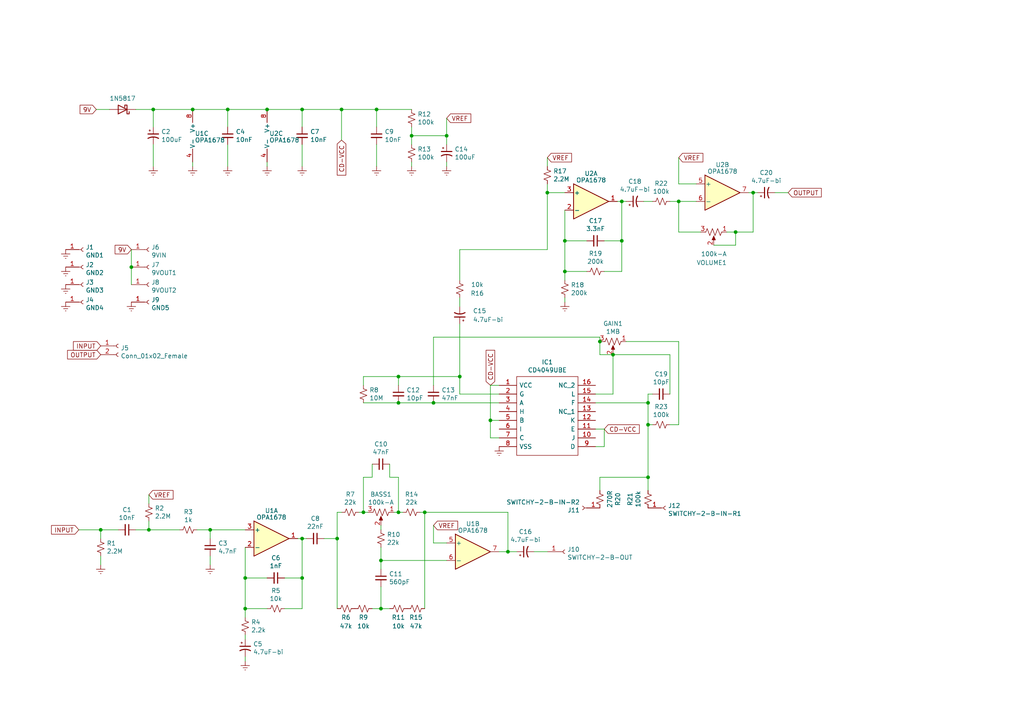
<source format=kicad_sch>
(kicad_sch (version 20230121) (generator eeschema)

  (uuid 7036af83-ac22-4511-9ae8-fe6718cb4d9e)

  (paper "A4")

  (title_block
    (title "Hellerune Overdrive")
    (date "2023-07-30")
    (rev "v2")
    (company "Offworld Serpent Devices")
  )

  (lib_symbols
    (symbol "Amplifier_Operational:OPA1678" (pin_names (offset 0.127)) (in_bom yes) (on_board yes)
      (property "Reference" "U" (at 0 5.08 0)
        (effects (font (size 1.27 1.27)) (justify left))
      )
      (property "Value" "OPA1678" (at 0 -5.08 0)
        (effects (font (size 1.27 1.27)) (justify left))
      )
      (property "Footprint" "" (at 0 0 0)
        (effects (font (size 1.27 1.27)) hide)
      )
      (property "Datasheet" "http://www.ti.com/lit/ds/symlink/opa1678.pdf" (at 0 0 0)
        (effects (font (size 1.27 1.27)) hide)
      )
      (property "ki_locked" "" (at 0 0 0)
        (effects (font (size 1.27 1.27)))
      )
      (property "ki_keywords" "dual opamp" (at 0 0 0)
        (effects (font (size 1.27 1.27)) hide)
      )
      (property "ki_description" "Low-Distortion Audio Operational Amplifiers, SOIC-8/VSSOP-8" (at 0 0 0)
        (effects (font (size 1.27 1.27)) hide)
      )
      (property "ki_fp_filters" "SOIC*3.9x4.9mm*P1.27mm* DIP*W7.62mm* TO*99* OnSemi*Micro8* TSSOP*3x3mm*P0.65mm* TSSOP*4.4x3mm*P0.65mm* MSOP*3x3mm*P0.65mm* SSOP*3.9x4.9mm*P0.635mm* LFCSP*2x2mm*P0.5mm* *SIP* SOIC*5.3x6.2mm*P1.27mm*" (at 0 0 0)
        (effects (font (size 1.27 1.27)) hide)
      )
      (symbol "OPA1678_1_1"
        (polyline
          (pts
            (xy -5.08 5.08)
            (xy 5.08 0)
            (xy -5.08 -5.08)
            (xy -5.08 5.08)
          )
          (stroke (width 0.254) (type default))
          (fill (type background))
        )
        (pin output line (at 7.62 0 180) (length 2.54)
          (name "~" (effects (font (size 1.27 1.27))))
          (number "1" (effects (font (size 1.27 1.27))))
        )
        (pin input line (at -7.62 -2.54 0) (length 2.54)
          (name "-" (effects (font (size 1.27 1.27))))
          (number "2" (effects (font (size 1.27 1.27))))
        )
        (pin input line (at -7.62 2.54 0) (length 2.54)
          (name "+" (effects (font (size 1.27 1.27))))
          (number "3" (effects (font (size 1.27 1.27))))
        )
      )
      (symbol "OPA1678_2_1"
        (polyline
          (pts
            (xy -5.08 5.08)
            (xy 5.08 0)
            (xy -5.08 -5.08)
            (xy -5.08 5.08)
          )
          (stroke (width 0.254) (type default))
          (fill (type background))
        )
        (pin input line (at -7.62 2.54 0) (length 2.54)
          (name "+" (effects (font (size 1.27 1.27))))
          (number "5" (effects (font (size 1.27 1.27))))
        )
        (pin input line (at -7.62 -2.54 0) (length 2.54)
          (name "-" (effects (font (size 1.27 1.27))))
          (number "6" (effects (font (size 1.27 1.27))))
        )
        (pin output line (at 7.62 0 180) (length 2.54)
          (name "~" (effects (font (size 1.27 1.27))))
          (number "7" (effects (font (size 1.27 1.27))))
        )
      )
      (symbol "OPA1678_3_1"
        (pin power_in line (at -2.54 -7.62 90) (length 3.81)
          (name "V-" (effects (font (size 1.27 1.27))))
          (number "4" (effects (font (size 1.27 1.27))))
        )
        (pin power_in line (at -2.54 7.62 270) (length 3.81)
          (name "V+" (effects (font (size 1.27 1.27))))
          (number "8" (effects (font (size 1.27 1.27))))
        )
      )
    )
    (symbol "Connector:Conn_01x01_Socket" (pin_names (offset 1.016) hide) (in_bom yes) (on_board yes)
      (property "Reference" "J" (at 0 2.54 0)
        (effects (font (size 1.27 1.27)))
      )
      (property "Value" "Conn_01x01_Socket" (at 0 -2.54 0)
        (effects (font (size 1.27 1.27)))
      )
      (property "Footprint" "" (at 0 0 0)
        (effects (font (size 1.27 1.27)) hide)
      )
      (property "Datasheet" "~" (at 0 0 0)
        (effects (font (size 1.27 1.27)) hide)
      )
      (property "ki_locked" "" (at 0 0 0)
        (effects (font (size 1.27 1.27)))
      )
      (property "ki_keywords" "connector" (at 0 0 0)
        (effects (font (size 1.27 1.27)) hide)
      )
      (property "ki_description" "Generic connector, single row, 01x01, script generated" (at 0 0 0)
        (effects (font (size 1.27 1.27)) hide)
      )
      (property "ki_fp_filters" "Connector*:*_1x??_*" (at 0 0 0)
        (effects (font (size 1.27 1.27)) hide)
      )
      (symbol "Conn_01x01_Socket_1_1"
        (polyline
          (pts
            (xy -1.27 0)
            (xy -0.508 0)
          )
          (stroke (width 0.1524) (type default))
          (fill (type none))
        )
        (arc (start 0 0.508) (mid -0.5058 0) (end 0 -0.508)
          (stroke (width 0.1524) (type default))
          (fill (type none))
        )
        (pin passive line (at -5.08 0 0) (length 3.81)
          (name "Pin_1" (effects (font (size 1.27 1.27))))
          (number "1" (effects (font (size 1.27 1.27))))
        )
      )
    )
    (symbol "Connector:Conn_01x02_Socket" (pin_names (offset 1.016) hide) (in_bom yes) (on_board yes)
      (property "Reference" "J" (at 0 2.54 0)
        (effects (font (size 1.27 1.27)))
      )
      (property "Value" "Conn_01x02_Socket" (at 0 -5.08 0)
        (effects (font (size 1.27 1.27)))
      )
      (property "Footprint" "" (at 0 0 0)
        (effects (font (size 1.27 1.27)) hide)
      )
      (property "Datasheet" "~" (at 0 0 0)
        (effects (font (size 1.27 1.27)) hide)
      )
      (property "ki_locked" "" (at 0 0 0)
        (effects (font (size 1.27 1.27)))
      )
      (property "ki_keywords" "connector" (at 0 0 0)
        (effects (font (size 1.27 1.27)) hide)
      )
      (property "ki_description" "Generic connector, single row, 01x02, script generated" (at 0 0 0)
        (effects (font (size 1.27 1.27)) hide)
      )
      (property "ki_fp_filters" "Connector*:*_1x??_*" (at 0 0 0)
        (effects (font (size 1.27 1.27)) hide)
      )
      (symbol "Conn_01x02_Socket_1_1"
        (arc (start 0 -2.032) (mid -0.5058 -2.54) (end 0 -3.048)
          (stroke (width 0.1524) (type default))
          (fill (type none))
        )
        (polyline
          (pts
            (xy -1.27 -2.54)
            (xy -0.508 -2.54)
          )
          (stroke (width 0.1524) (type default))
          (fill (type none))
        )
        (polyline
          (pts
            (xy -1.27 0)
            (xy -0.508 0)
          )
          (stroke (width 0.1524) (type default))
          (fill (type none))
        )
        (arc (start 0 0.508) (mid -0.5058 0) (end 0 -0.508)
          (stroke (width 0.1524) (type default))
          (fill (type none))
        )
        (pin passive line (at -5.08 0 0) (length 3.81)
          (name "Pin_1" (effects (font (size 1.27 1.27))))
          (number "1" (effects (font (size 1.27 1.27))))
        )
        (pin passive line (at -5.08 -2.54 0) (length 3.81)
          (name "Pin_2" (effects (font (size 1.27 1.27))))
          (number "2" (effects (font (size 1.27 1.27))))
        )
      )
    )
    (symbol "Device:C_Polarized_Small_US" (pin_numbers hide) (pin_names (offset 0.254) hide) (in_bom yes) (on_board yes)
      (property "Reference" "C" (at 0.254 1.778 0)
        (effects (font (size 1.27 1.27)) (justify left))
      )
      (property "Value" "C_Polarized_Small_US" (at 0.254 -2.032 0)
        (effects (font (size 1.27 1.27)) (justify left))
      )
      (property "Footprint" "" (at 0 0 0)
        (effects (font (size 1.27 1.27)) hide)
      )
      (property "Datasheet" "~" (at 0 0 0)
        (effects (font (size 1.27 1.27)) hide)
      )
      (property "ki_keywords" "cap capacitor" (at 0 0 0)
        (effects (font (size 1.27 1.27)) hide)
      )
      (property "ki_description" "Polarized capacitor, small US symbol" (at 0 0 0)
        (effects (font (size 1.27 1.27)) hide)
      )
      (property "ki_fp_filters" "CP_*" (at 0 0 0)
        (effects (font (size 1.27 1.27)) hide)
      )
      (symbol "C_Polarized_Small_US_0_1"
        (polyline
          (pts
            (xy -1.524 0.508)
            (xy 1.524 0.508)
          )
          (stroke (width 0.3048) (type default))
          (fill (type none))
        )
        (polyline
          (pts
            (xy -1.27 1.524)
            (xy -0.762 1.524)
          )
          (stroke (width 0) (type default))
          (fill (type none))
        )
        (polyline
          (pts
            (xy -1.016 1.27)
            (xy -1.016 1.778)
          )
          (stroke (width 0) (type default))
          (fill (type none))
        )
        (arc (start 1.524 -0.762) (mid 0 -0.3734) (end -1.524 -0.762)
          (stroke (width 0.3048) (type default))
          (fill (type none))
        )
      )
      (symbol "C_Polarized_Small_US_1_1"
        (pin passive line (at 0 2.54 270) (length 2.032)
          (name "~" (effects (font (size 1.27 1.27))))
          (number "1" (effects (font (size 1.27 1.27))))
        )
        (pin passive line (at 0 -2.54 90) (length 2.032)
          (name "~" (effects (font (size 1.27 1.27))))
          (number "2" (effects (font (size 1.27 1.27))))
        )
      )
    )
    (symbol "Device:C_Small" (pin_numbers hide) (pin_names (offset 0.254) hide) (in_bom yes) (on_board yes)
      (property "Reference" "C" (at 0.254 1.778 0)
        (effects (font (size 1.27 1.27)) (justify left))
      )
      (property "Value" "C_Small" (at 0.254 -2.032 0)
        (effects (font (size 1.27 1.27)) (justify left))
      )
      (property "Footprint" "" (at 0 0 0)
        (effects (font (size 1.27 1.27)) hide)
      )
      (property "Datasheet" "~" (at 0 0 0)
        (effects (font (size 1.27 1.27)) hide)
      )
      (property "ki_keywords" "capacitor cap" (at 0 0 0)
        (effects (font (size 1.27 1.27)) hide)
      )
      (property "ki_description" "Unpolarized capacitor, small symbol" (at 0 0 0)
        (effects (font (size 1.27 1.27)) hide)
      )
      (property "ki_fp_filters" "C_*" (at 0 0 0)
        (effects (font (size 1.27 1.27)) hide)
      )
      (symbol "C_Small_0_1"
        (polyline
          (pts
            (xy -1.524 -0.508)
            (xy 1.524 -0.508)
          )
          (stroke (width 0.3302) (type default))
          (fill (type none))
        )
        (polyline
          (pts
            (xy -1.524 0.508)
            (xy 1.524 0.508)
          )
          (stroke (width 0.3048) (type default))
          (fill (type none))
        )
      )
      (symbol "C_Small_1_1"
        (pin passive line (at 0 2.54 270) (length 2.032)
          (name "~" (effects (font (size 1.27 1.27))))
          (number "1" (effects (font (size 1.27 1.27))))
        )
        (pin passive line (at 0 -2.54 90) (length 2.032)
          (name "~" (effects (font (size 1.27 1.27))))
          (number "2" (effects (font (size 1.27 1.27))))
        )
      )
    )
    (symbol "Device:R_Potentiometer_US" (pin_names (offset 1.016) hide) (in_bom yes) (on_board yes)
      (property "Reference" "RV" (at -4.445 0 90)
        (effects (font (size 1.27 1.27)))
      )
      (property "Value" "R_Potentiometer_US" (at -2.54 0 90)
        (effects (font (size 1.27 1.27)))
      )
      (property "Footprint" "" (at 0 0 0)
        (effects (font (size 1.27 1.27)) hide)
      )
      (property "Datasheet" "~" (at 0 0 0)
        (effects (font (size 1.27 1.27)) hide)
      )
      (property "ki_keywords" "resistor variable" (at 0 0 0)
        (effects (font (size 1.27 1.27)) hide)
      )
      (property "ki_description" "Potentiometer, US symbol" (at 0 0 0)
        (effects (font (size 1.27 1.27)) hide)
      )
      (property "ki_fp_filters" "Potentiometer*" (at 0 0 0)
        (effects (font (size 1.27 1.27)) hide)
      )
      (symbol "R_Potentiometer_US_0_1"
        (polyline
          (pts
            (xy 0 -2.286)
            (xy 0 -2.54)
          )
          (stroke (width 0) (type default))
          (fill (type none))
        )
        (polyline
          (pts
            (xy 0 2.54)
            (xy 0 2.286)
          )
          (stroke (width 0) (type default))
          (fill (type none))
        )
        (polyline
          (pts
            (xy 2.54 0)
            (xy 1.524 0)
          )
          (stroke (width 0) (type default))
          (fill (type none))
        )
        (polyline
          (pts
            (xy 1.143 0)
            (xy 2.286 0.508)
            (xy 2.286 -0.508)
            (xy 1.143 0)
          )
          (stroke (width 0) (type default))
          (fill (type outline))
        )
        (polyline
          (pts
            (xy 0 -0.762)
            (xy 1.016 -1.143)
            (xy 0 -1.524)
            (xy -1.016 -1.905)
            (xy 0 -2.286)
          )
          (stroke (width 0) (type default))
          (fill (type none))
        )
        (polyline
          (pts
            (xy 0 0.762)
            (xy 1.016 0.381)
            (xy 0 0)
            (xy -1.016 -0.381)
            (xy 0 -0.762)
          )
          (stroke (width 0) (type default))
          (fill (type none))
        )
        (polyline
          (pts
            (xy 0 2.286)
            (xy 1.016 1.905)
            (xy 0 1.524)
            (xy -1.016 1.143)
            (xy 0 0.762)
          )
          (stroke (width 0) (type default))
          (fill (type none))
        )
      )
      (symbol "R_Potentiometer_US_1_1"
        (pin passive line (at 0 3.81 270) (length 1.27)
          (name "1" (effects (font (size 1.27 1.27))))
          (number "1" (effects (font (size 1.27 1.27))))
        )
        (pin passive line (at 3.81 0 180) (length 1.27)
          (name "2" (effects (font (size 1.27 1.27))))
          (number "2" (effects (font (size 1.27 1.27))))
        )
        (pin passive line (at 0 -3.81 90) (length 1.27)
          (name "3" (effects (font (size 1.27 1.27))))
          (number "3" (effects (font (size 1.27 1.27))))
        )
      )
    )
    (symbol "Device:R_Small_US" (pin_numbers hide) (pin_names (offset 0.254) hide) (in_bom yes) (on_board yes)
      (property "Reference" "R" (at 0.762 0.508 0)
        (effects (font (size 1.27 1.27)) (justify left))
      )
      (property "Value" "R_Small_US" (at 0.762 -1.016 0)
        (effects (font (size 1.27 1.27)) (justify left))
      )
      (property "Footprint" "" (at 0 0 0)
        (effects (font (size 1.27 1.27)) hide)
      )
      (property "Datasheet" "~" (at 0 0 0)
        (effects (font (size 1.27 1.27)) hide)
      )
      (property "ki_keywords" "r resistor" (at 0 0 0)
        (effects (font (size 1.27 1.27)) hide)
      )
      (property "ki_description" "Resistor, small US symbol" (at 0 0 0)
        (effects (font (size 1.27 1.27)) hide)
      )
      (property "ki_fp_filters" "R_*" (at 0 0 0)
        (effects (font (size 1.27 1.27)) hide)
      )
      (symbol "R_Small_US_1_1"
        (polyline
          (pts
            (xy 0 0)
            (xy 1.016 -0.381)
            (xy 0 -0.762)
            (xy -1.016 -1.143)
            (xy 0 -1.524)
          )
          (stroke (width 0) (type default))
          (fill (type none))
        )
        (polyline
          (pts
            (xy 0 1.524)
            (xy 1.016 1.143)
            (xy 0 0.762)
            (xy -1.016 0.381)
            (xy 0 0)
          )
          (stroke (width 0) (type default))
          (fill (type none))
        )
        (pin passive line (at 0 2.54 270) (length 1.016)
          (name "~" (effects (font (size 1.27 1.27))))
          (number "1" (effects (font (size 1.27 1.27))))
        )
        (pin passive line (at 0 -2.54 90) (length 1.016)
          (name "~" (effects (font (size 1.27 1.27))))
          (number "2" (effects (font (size 1.27 1.27))))
        )
      )
    )
    (symbol "Diode:1N5817" (pin_numbers hide) (pin_names (offset 1.016) hide) (in_bom yes) (on_board yes)
      (property "Reference" "D" (at 0 2.54 0)
        (effects (font (size 1.27 1.27)))
      )
      (property "Value" "1N5817" (at 0 -2.54 0)
        (effects (font (size 1.27 1.27)))
      )
      (property "Footprint" "Diode_THT:D_DO-41_SOD81_P10.16mm_Horizontal" (at 0 -4.445 0)
        (effects (font (size 1.27 1.27)) hide)
      )
      (property "Datasheet" "http://www.vishay.com/docs/88525/1n5817.pdf" (at 0 0 0)
        (effects (font (size 1.27 1.27)) hide)
      )
      (property "ki_keywords" "diode Schottky" (at 0 0 0)
        (effects (font (size 1.27 1.27)) hide)
      )
      (property "ki_description" "20V 1A Schottky Barrier Rectifier Diode, DO-41" (at 0 0 0)
        (effects (font (size 1.27 1.27)) hide)
      )
      (property "ki_fp_filters" "D*DO?41*" (at 0 0 0)
        (effects (font (size 1.27 1.27)) hide)
      )
      (symbol "1N5817_0_1"
        (polyline
          (pts
            (xy 1.27 0)
            (xy -1.27 0)
          )
          (stroke (width 0) (type default))
          (fill (type none))
        )
        (polyline
          (pts
            (xy 1.27 1.27)
            (xy 1.27 -1.27)
            (xy -1.27 0)
            (xy 1.27 1.27)
          )
          (stroke (width 0.254) (type default))
          (fill (type none))
        )
        (polyline
          (pts
            (xy -1.905 0.635)
            (xy -1.905 1.27)
            (xy -1.27 1.27)
            (xy -1.27 -1.27)
            (xy -0.635 -1.27)
            (xy -0.635 -0.635)
          )
          (stroke (width 0.254) (type default))
          (fill (type none))
        )
      )
      (symbol "1N5817_1_1"
        (pin passive line (at -3.81 0 0) (length 2.54)
          (name "K" (effects (font (size 1.27 1.27))))
          (number "1" (effects (font (size 1.27 1.27))))
        )
        (pin passive line (at 3.81 0 180) (length 2.54)
          (name "A" (effects (font (size 1.27 1.27))))
          (number "2" (effects (font (size 1.27 1.27))))
        )
      )
    )
    (symbol "clholm-kicad-lib:CD4049UBE-CD4049UBE" (pin_names (offset 0.762)) (in_bom yes) (on_board yes)
      (property "Reference" "IC" (at 24.13 7.62 0)
        (effects (font (size 1.27 1.27)) (justify left))
      )
      (property "Value" "CD4049UBE-CD4049UBE" (at 24.13 5.08 0)
        (effects (font (size 1.27 1.27)) (justify left))
      )
      (property "Footprint" "DIP794W53P254L1930H508Q16N" (at 24.13 2.54 0)
        (effects (font (size 1.27 1.27)) (justify left) hide)
      )
      (property "Datasheet" "http://www.ti.com/lit/ds/symlink/cd4049ub.pdf" (at 24.13 0 0)
        (effects (font (size 1.27 1.27)) (justify left) hide)
      )
      (property "Description" "CD4049UBE, Hex Inverter Buffer, Converter, 26mA -0.5  20 V 16-Pin PDIP" (at 24.13 -2.54 0)
        (effects (font (size 1.27 1.27)) (justify left) hide)
      )
      (property "Height" "5.08" (at 24.13 -5.08 0)
        (effects (font (size 1.27 1.27)) (justify left) hide)
      )
      (property "Mouser Part Number" "595-CD4049UBE" (at 24.13 -7.62 0)
        (effects (font (size 1.27 1.27)) (justify left) hide)
      )
      (property "Mouser Price/Stock" "https://www.mouser.co.uk/ProductDetail/Texas-Instruments/CD4049UBE?qs=D5pVkbrsqqLvQoWdk2gTTw%3D%3D" (at 24.13 -10.16 0)
        (effects (font (size 1.27 1.27)) (justify left) hide)
      )
      (property "Manufacturer_Name" "Texas Instruments" (at 24.13 -12.7 0)
        (effects (font (size 1.27 1.27)) (justify left) hide)
      )
      (property "Manufacturer_Part_Number" "CD4049UBE" (at 24.13 -15.24 0)
        (effects (font (size 1.27 1.27)) (justify left) hide)
      )
      (symbol "CD4049UBE-CD4049UBE_0_0"
        (pin passive line (at 0 0 0) (length 5.08)
          (name "VCC" (effects (font (size 1.27 1.27))))
          (number "1" (effects (font (size 1.27 1.27))))
        )
        (pin passive line (at 27.94 -15.24 180) (length 5.08)
          (name "J" (effects (font (size 1.27 1.27))))
          (number "10" (effects (font (size 1.27 1.27))))
        )
        (pin passive line (at 27.94 -12.7 180) (length 5.08)
          (name "E" (effects (font (size 1.27 1.27))))
          (number "11" (effects (font (size 1.27 1.27))))
        )
        (pin passive line (at 27.94 -10.16 180) (length 5.08)
          (name "K" (effects (font (size 1.27 1.27))))
          (number "12" (effects (font (size 1.27 1.27))))
        )
        (pin passive line (at 27.94 -7.62 180) (length 5.08)
          (name "NC_1" (effects (font (size 1.27 1.27))))
          (number "13" (effects (font (size 1.27 1.27))))
        )
        (pin passive line (at 27.94 -5.08 180) (length 5.08)
          (name "F" (effects (font (size 1.27 1.27))))
          (number "14" (effects (font (size 1.27 1.27))))
        )
        (pin passive line (at 27.94 -2.54 180) (length 5.08)
          (name "L" (effects (font (size 1.27 1.27))))
          (number "15" (effects (font (size 1.27 1.27))))
        )
        (pin passive line (at 27.94 0 180) (length 5.08)
          (name "NC_2" (effects (font (size 1.27 1.27))))
          (number "16" (effects (font (size 1.27 1.27))))
        )
        (pin passive line (at 0 -2.54 0) (length 5.08)
          (name "G" (effects (font (size 1.27 1.27))))
          (number "2" (effects (font (size 1.27 1.27))))
        )
        (pin passive line (at 0 -5.08 0) (length 5.08)
          (name "A" (effects (font (size 1.27 1.27))))
          (number "3" (effects (font (size 1.27 1.27))))
        )
        (pin passive line (at 0 -7.62 0) (length 5.08)
          (name "H" (effects (font (size 1.27 1.27))))
          (number "4" (effects (font (size 1.27 1.27))))
        )
        (pin passive line (at 0 -10.16 0) (length 5.08)
          (name "B" (effects (font (size 1.27 1.27))))
          (number "5" (effects (font (size 1.27 1.27))))
        )
        (pin passive line (at 0 -12.7 0) (length 5.08)
          (name "I" (effects (font (size 1.27 1.27))))
          (number "6" (effects (font (size 1.27 1.27))))
        )
        (pin passive line (at 0 -15.24 0) (length 5.08)
          (name "C" (effects (font (size 1.27 1.27))))
          (number "7" (effects (font (size 1.27 1.27))))
        )
        (pin passive line (at 0 -17.78 0) (length 5.08)
          (name "VSS" (effects (font (size 1.27 1.27))))
          (number "8" (effects (font (size 1.27 1.27))))
        )
        (pin passive line (at 27.94 -17.78 180) (length 5.08)
          (name "D" (effects (font (size 1.27 1.27))))
          (number "9" (effects (font (size 1.27 1.27))))
        )
      )
      (symbol "CD4049UBE-CD4049UBE_0_1"
        (polyline
          (pts
            (xy 5.08 2.54)
            (xy 22.86 2.54)
            (xy 22.86 -20.32)
            (xy 5.08 -20.32)
            (xy 5.08 2.54)
          )
          (stroke (width 0.1524) (type solid))
          (fill (type none))
        )
      )
    )
    (symbol "power:Earth" (power) (pin_names (offset 0)) (in_bom yes) (on_board yes)
      (property "Reference" "#PWR" (at 0 -6.35 0)
        (effects (font (size 1.27 1.27)) hide)
      )
      (property "Value" "Earth" (at 0 -3.81 0)
        (effects (font (size 1.27 1.27)) hide)
      )
      (property "Footprint" "" (at 0 0 0)
        (effects (font (size 1.27 1.27)) hide)
      )
      (property "Datasheet" "~" (at 0 0 0)
        (effects (font (size 1.27 1.27)) hide)
      )
      (property "ki_keywords" "global ground gnd" (at 0 0 0)
        (effects (font (size 1.27 1.27)) hide)
      )
      (property "ki_description" "Power symbol creates a global label with name \"Earth\"" (at 0 0 0)
        (effects (font (size 1.27 1.27)) hide)
      )
      (symbol "Earth_0_1"
        (polyline
          (pts
            (xy -0.635 -1.905)
            (xy 0.635 -1.905)
          )
          (stroke (width 0) (type default))
          (fill (type none))
        )
        (polyline
          (pts
            (xy -0.127 -2.54)
            (xy 0.127 -2.54)
          )
          (stroke (width 0) (type default))
          (fill (type none))
        )
        (polyline
          (pts
            (xy 0 -1.27)
            (xy 0 0)
          )
          (stroke (width 0) (type default))
          (fill (type none))
        )
        (polyline
          (pts
            (xy 1.27 -1.27)
            (xy -1.27 -1.27)
          )
          (stroke (width 0) (type default))
          (fill (type none))
        )
      )
      (symbol "Earth_1_1"
        (pin power_in line (at 0 0 270) (length 0) hide
          (name "Earth" (effects (font (size 1.27 1.27))))
          (number "1" (effects (font (size 1.27 1.27))))
        )
      )
    )
  )

  (junction (at 97.79 156.21) (diameter 0) (color 0 0 0 0)
    (uuid 02ec3ea3-0303-4702-8525-8f72d9736984)
  )
  (junction (at 105.41 148.59) (diameter 0) (color 0 0 0 0)
    (uuid 03cdb015-3a62-4b80-8e0a-0600aa8a5aeb)
  )
  (junction (at 119.38 39.37) (diameter 0) (color 0 0 0 0)
    (uuid 06e34024-3676-4d11-962a-b5a6cfd898b3)
  )
  (junction (at 147.32 160.02) (diameter 0) (color 0 0 0 0)
    (uuid 097051c9-c780-4668-a090-a0e04c818ca8)
  )
  (junction (at 115.57 116.84) (diameter 0) (color 0 0 0 0)
    (uuid 149e771b-03ac-4c3a-b615-d7991e932bf8)
  )
  (junction (at 187.96 116.84) (diameter 0) (color 0 0 0 0)
    (uuid 1654ac83-2cd0-4fc9-92d0-93a0c68be5c4)
  )
  (junction (at 29.21 153.67) (diameter 0) (color 0 0 0 0)
    (uuid 165fd85e-dc24-490d-adc0-0f258e3c4335)
  )
  (junction (at 38.1 77.47) (diameter 0) (color 0 0 0 0)
    (uuid 1b6adb1d-46d0-40b8-ab19-ce057bcd7280)
  )
  (junction (at 43.18 153.67) (diameter 0) (color 0 0 0 0)
    (uuid 41caac57-3111-477d-bbe1-8d303c6b1f05)
  )
  (junction (at 158.75 55.88) (diameter 0) (color 0 0 0 0)
    (uuid 4207ebbe-b387-4a9d-8e76-724a53c5227e)
  )
  (junction (at 142.24 121.92) (diameter 0) (color 0 0 0 0)
    (uuid 45ab2623-0d49-4522-8fbc-32a276feeafa)
  )
  (junction (at 55.88 31.75) (diameter 0) (color 0 0 0 0)
    (uuid 52bcabaa-23b9-46e3-ac08-16a13898bc7f)
  )
  (junction (at 196.85 58.42) (diameter 0) (color 0 0 0 0)
    (uuid 55918132-bbce-4105-af22-085b799153c1)
  )
  (junction (at 71.12 176.53) (diameter 0) (color 0 0 0 0)
    (uuid 5ef47030-dedf-4c66-95e7-01c91768d787)
  )
  (junction (at 187.96 123.19) (diameter 0) (color 0 0 0 0)
    (uuid 6c019962-c6ce-4b41-a136-ed3e1f60fe04)
  )
  (junction (at 173.99 99.06) (diameter 0) (color 0 0 0 0)
    (uuid 6ea7a4cf-0a3f-4ff3-acf3-1d542316b952)
  )
  (junction (at 109.22 31.75) (diameter 0) (color 0 0 0 0)
    (uuid 7124ce9c-ba5a-4162-a1a7-fa30a921dc6c)
  )
  (junction (at 115.57 148.59) (diameter 0) (color 0 0 0 0)
    (uuid 7992c798-e12e-4b18-91c9-5ad3d782546b)
  )
  (junction (at 125.73 116.84) (diameter 0) (color 0 0 0 0)
    (uuid 79aa3478-7bc7-4fcf-986a-70745caeea44)
  )
  (junction (at 163.83 69.85) (diameter 0) (color 0 0 0 0)
    (uuid 7ef9a97c-41d7-4ad7-b5a0-5f54aeed329e)
  )
  (junction (at 110.49 162.56) (diameter 0) (color 0 0 0 0)
    (uuid 7f0143c8-0811-4292-925c-b1816fb57bc4)
  )
  (junction (at 133.35 109.22) (diameter 0) (color 0 0 0 0)
    (uuid 7f60d544-fa54-44b5-8a93-6d65ab9c6bde)
  )
  (junction (at 44.45 31.75) (diameter 0) (color 0 0 0 0)
    (uuid 7f8b89b8-2727-420b-94a8-a2307c7a4bd5)
  )
  (junction (at 71.12 167.64) (diameter 0) (color 0 0 0 0)
    (uuid 8a36050f-3b91-4c11-b7fe-771c3a199c60)
  )
  (junction (at 163.83 78.74) (diameter 0) (color 0 0 0 0)
    (uuid 8aedecbd-d970-489b-b6f5-fcd343f60e14)
  )
  (junction (at 77.47 31.75) (diameter 0) (color 0 0 0 0)
    (uuid 90aa44f9-d69f-49ac-96ae-072d21f311e7)
  )
  (junction (at 177.8 102.87) (diameter 0) (color 0 0 0 0)
    (uuid 96c546c1-6794-4549-9a14-dbe51a8a285f)
  )
  (junction (at 99.06 31.75) (diameter 0) (color 0 0 0 0)
    (uuid a00ea911-5cf3-4541-8b05-a08efc58ab15)
  )
  (junction (at 87.63 31.75) (diameter 0) (color 0 0 0 0)
    (uuid a0775b1f-0460-4502-a784-ba290b5ad8a5)
  )
  (junction (at 180.34 69.85) (diameter 0) (color 0 0 0 0)
    (uuid ad718acf-ec4c-400c-b1ab-8545bee0f058)
  )
  (junction (at 187.96 138.43) (diameter 0) (color 0 0 0 0)
    (uuid b5b57719-fe40-4ecf-a369-81164036073d)
  )
  (junction (at 129.54 39.37) (diameter 0) (color 0 0 0 0)
    (uuid c48c6dac-aa59-46d3-bb85-0f7877a178e3)
  )
  (junction (at 180.34 58.42) (diameter 0) (color 0 0 0 0)
    (uuid c7df2edc-dff7-43de-8db1-43fd19836302)
  )
  (junction (at 123.19 148.59) (diameter 0) (color 0 0 0 0)
    (uuid ca665fde-539b-47de-97f2-15b794d91393)
  )
  (junction (at 115.57 109.22) (diameter 0) (color 0 0 0 0)
    (uuid cb5aa2b4-fbe2-4734-8323-9cd38faaa719)
  )
  (junction (at 66.04 31.75) (diameter 0) (color 0 0 0 0)
    (uuid cda40654-074e-40c1-89c3-1e529d90b997)
  )
  (junction (at 60.96 153.67) (diameter 0) (color 0 0 0 0)
    (uuid d19b57f2-23b0-407c-969c-a3103cf7b7a6)
  )
  (junction (at 87.63 156.21) (diameter 0) (color 0 0 0 0)
    (uuid e1cb385e-f8bb-4db5-bf8f-c2229192ed6e)
  )
  (junction (at 110.49 176.53) (diameter 0) (color 0 0 0 0)
    (uuid f8fee09f-8fdf-44e1-87f1-74938290b297)
  )
  (junction (at 218.44 55.88) (diameter 0) (color 0 0 0 0)
    (uuid fa316927-6a5e-4790-84aa-ba601e5703ba)
  )
  (junction (at 87.63 167.64) (diameter 0) (color 0 0 0 0)
    (uuid fa44815e-590e-4278-9140-8b263d4d2474)
  )
  (junction (at 213.36 67.31) (diameter 0) (color 0 0 0 0)
    (uuid fc2a3f97-888a-48aa-906d-f30aab013bf6)
  )

  (wire (pts (xy 115.57 148.59) (xy 115.57 138.43))
    (stroke (width 0) (type default))
    (uuid 00fc45b9-df18-4dc4-b080-9a9fe051be38)
  )
  (wire (pts (xy 71.12 158.75) (xy 71.12 167.64))
    (stroke (width 0) (type default))
    (uuid 01726341-09e7-4327-853f-6ce872a1101f)
  )
  (wire (pts (xy 105.41 111.76) (xy 105.41 109.22))
    (stroke (width 0) (type default))
    (uuid 03939bc8-83e4-47b2-b92b-a469edfc478d)
  )
  (wire (pts (xy 180.34 69.85) (xy 180.34 78.74))
    (stroke (width 0) (type default))
    (uuid 04c52817-7a2a-422b-9ec2-6ab5f46cd0bb)
  )
  (wire (pts (xy 158.75 55.88) (xy 158.75 53.34))
    (stroke (width 0) (type default))
    (uuid 07b1cc5b-bfb4-4468-9ffd-b8c381e670e6)
  )
  (wire (pts (xy 218.44 55.88) (xy 218.44 67.31))
    (stroke (width 0) (type default))
    (uuid 08bd1ca5-00e4-4a8c-9c4d-32f46489601a)
  )
  (wire (pts (xy 29.21 153.67) (xy 29.21 156.21))
    (stroke (width 0) (type default))
    (uuid 092923bc-c3bd-4ddc-af96-e37427d12044)
  )
  (wire (pts (xy 123.19 148.59) (xy 123.19 176.53))
    (stroke (width 0) (type default))
    (uuid 0dfc0343-3dd1-4a00-b5b7-9c9f2b48250b)
  )
  (wire (pts (xy 187.96 114.3) (xy 189.23 114.3))
    (stroke (width 0) (type default))
    (uuid 11b8b934-ca0e-4378-a4e8-7fd102e7bf66)
  )
  (wire (pts (xy 129.54 34.29) (xy 129.54 39.37))
    (stroke (width 0) (type default))
    (uuid 178fc538-117f-4ef2-8e4c-e0392c86b003)
  )
  (wire (pts (xy 133.35 72.39) (xy 158.75 72.39))
    (stroke (width 0) (type default))
    (uuid 18a76f87-a9db-42d1-99db-aa8d2cfa3d3a)
  )
  (wire (pts (xy 175.26 78.74) (xy 180.34 78.74))
    (stroke (width 0) (type default))
    (uuid 190a83b5-4fc5-4c36-9294-3308124bd03c)
  )
  (wire (pts (xy 175.26 69.85) (xy 180.34 69.85))
    (stroke (width 0) (type default))
    (uuid 199cc130-f892-4fef-9d11-80447f5201b0)
  )
  (wire (pts (xy 163.83 86.36) (xy 163.83 87.63))
    (stroke (width 0) (type default))
    (uuid 19eb272f-a5e7-4ad0-bf9f-68eb7e9ebb9f)
  )
  (wire (pts (xy 110.49 165.1) (xy 110.49 162.56))
    (stroke (width 0) (type default))
    (uuid 1a1c4fdf-d2f4-4441-bd46-f2a384f0f9c9)
  )
  (wire (pts (xy 60.96 156.21) (xy 60.96 153.67))
    (stroke (width 0) (type default))
    (uuid 1ad2ddb5-0864-46dd-8d87-2c1a2f2a13c1)
  )
  (wire (pts (xy 82.55 176.53) (xy 87.63 176.53))
    (stroke (width 0) (type default))
    (uuid 1bf46db9-80a4-4cd9-b44e-64c2a0d5d634)
  )
  (wire (pts (xy 77.47 31.75) (xy 87.63 31.75))
    (stroke (width 0) (type default))
    (uuid 1c247745-41ec-450c-9ca1-e20d580a8d9b)
  )
  (wire (pts (xy 71.12 190.5) (xy 71.12 191.77))
    (stroke (width 0) (type default))
    (uuid 1d4a4c67-c634-4cdc-a8f1-5c4b501207ac)
  )
  (wire (pts (xy 173.99 102.87) (xy 173.99 99.06))
    (stroke (width 0) (type default))
    (uuid 2183b26d-1fed-4207-ad6c-5dd58fe2b11f)
  )
  (wire (pts (xy 44.45 48.26) (xy 44.45 41.91))
    (stroke (width 0) (type default))
    (uuid 2188f057-544b-478d-a672-75e1e905f0f4)
  )
  (wire (pts (xy 44.45 31.75) (xy 55.88 31.75))
    (stroke (width 0) (type default))
    (uuid 21fc71ce-eb24-4d7e-ba7a-9079d73ba1c9)
  )
  (wire (pts (xy 177.8 114.3) (xy 177.8 102.87))
    (stroke (width 0) (type default))
    (uuid 23b986e2-ebac-4387-aea3-8c8c7ecef7a0)
  )
  (wire (pts (xy 144.78 160.02) (xy 147.32 160.02))
    (stroke (width 0) (type default))
    (uuid 2559dcdf-7169-47f7-b79d-4a4d77c9f375)
  )
  (wire (pts (xy 154.94 160.02) (xy 158.75 160.02))
    (stroke (width 0) (type default))
    (uuid 256e40ac-16dd-4084-8ab7-ec36479a497c)
  )
  (wire (pts (xy 142.24 121.92) (xy 142.24 111.76))
    (stroke (width 0) (type default))
    (uuid 29542ba4-3130-41e9-a728-4ccae335554c)
  )
  (wire (pts (xy 93.98 156.21) (xy 97.79 156.21))
    (stroke (width 0) (type default))
    (uuid 29a8bc77-12fa-4893-b378-5056ccc9d226)
  )
  (wire (pts (xy 87.63 156.21) (xy 86.36 156.21))
    (stroke (width 0) (type default))
    (uuid 2cde31e6-d34f-4462-b818-052556267e1e)
  )
  (wire (pts (xy 172.72 114.3) (xy 177.8 114.3))
    (stroke (width 0) (type default))
    (uuid 2da21513-8e6b-445c-ac5f-75de88e883c1)
  )
  (wire (pts (xy 213.36 67.31) (xy 210.82 67.31))
    (stroke (width 0) (type default))
    (uuid 2f12200f-0d36-4d2a-9f1b-96b7f4f74a8b)
  )
  (wire (pts (xy 218.44 55.88) (xy 217.17 55.88))
    (stroke (width 0) (type default))
    (uuid 3285df08-3a3a-4355-93a8-2ecb28b9ea46)
  )
  (wire (pts (xy 97.79 156.21) (xy 97.79 176.53))
    (stroke (width 0) (type default))
    (uuid 3855caef-5524-41c8-86c3-b4e103574191)
  )
  (wire (pts (xy 38.1 77.47) (xy 38.1 82.55))
    (stroke (width 0) (type default))
    (uuid 38670ab6-a31b-4568-a77f-f2dfb89a9df4)
  )
  (wire (pts (xy 107.95 138.43) (xy 105.41 138.43))
    (stroke (width 0) (type default))
    (uuid 39b62880-e953-40da-be7a-c438593fe895)
  )
  (wire (pts (xy 133.35 72.39) (xy 133.35 81.28))
    (stroke (width 0) (type default))
    (uuid 3b64835d-ed90-431c-9015-f0f0e24f33bc)
  )
  (wire (pts (xy 224.79 55.88) (xy 228.6 55.88))
    (stroke (width 0) (type default))
    (uuid 3ca685f6-1163-44b1-a946-998fda132c44)
  )
  (wire (pts (xy 119.38 41.91) (xy 119.38 39.37))
    (stroke (width 0) (type default))
    (uuid 3ff5e2cc-5899-40d5-8c22-7986dc217c20)
  )
  (wire (pts (xy 163.83 60.96) (xy 163.83 69.85))
    (stroke (width 0) (type default))
    (uuid 4059e3d1-96c4-4307-b17c-acc64416ca40)
  )
  (wire (pts (xy 116.84 148.59) (xy 115.57 148.59))
    (stroke (width 0) (type default))
    (uuid 42d05e9f-cbb2-4b98-b4b0-d1563c8e1ff8)
  )
  (wire (pts (xy 133.35 86.36) (xy 133.35 88.9))
    (stroke (width 0) (type default))
    (uuid 4302d022-1d64-4ae3-8410-87cb9632e719)
  )
  (wire (pts (xy 187.96 138.43) (xy 173.99 138.43))
    (stroke (width 0) (type default))
    (uuid 442bace8-f4ef-42ab-bf99-4cf7ea079e1e)
  )
  (wire (pts (xy 187.96 138.43) (xy 187.96 142.24))
    (stroke (width 0) (type default))
    (uuid 453a07e7-726a-4fac-8b21-a0bde3baa979)
  )
  (wire (pts (xy 172.72 124.46) (xy 175.26 124.46))
    (stroke (width 0) (type default))
    (uuid 46908558-2f9a-4af3-b630-276e4fbc046b)
  )
  (wire (pts (xy 187.96 116.84) (xy 187.96 123.19))
    (stroke (width 0) (type default))
    (uuid 469ef0a3-4bdf-4cfd-af49-b9d77d0e631b)
  )
  (wire (pts (xy 194.31 102.87) (xy 194.31 114.3))
    (stroke (width 0) (type default))
    (uuid 4708a9ec-348c-423e-a4e1-67587bb299d5)
  )
  (wire (pts (xy 115.57 148.59) (xy 114.3 148.59))
    (stroke (width 0) (type default))
    (uuid 49ee3b82-4786-4f56-bd3c-8b5710c79404)
  )
  (wire (pts (xy 29.21 161.29) (xy 29.21 163.83))
    (stroke (width 0) (type default))
    (uuid 4a241eaa-9b15-42f3-9558-5c843b3af44b)
  )
  (wire (pts (xy 170.18 78.74) (xy 163.83 78.74))
    (stroke (width 0) (type default))
    (uuid 4b5d8d18-71cf-46ce-a303-3278bfe970b3)
  )
  (wire (pts (xy 105.41 109.22) (xy 115.57 109.22))
    (stroke (width 0) (type default))
    (uuid 4bad2fc7-7cac-481e-b485-e2052d3c1201)
  )
  (wire (pts (xy 77.47 46.99) (xy 77.47 48.26))
    (stroke (width 0) (type default))
    (uuid 4cf70dbe-f081-482a-bfe3-3e14f17788f9)
  )
  (wire (pts (xy 110.49 170.18) (xy 110.49 176.53))
    (stroke (width 0) (type default))
    (uuid 503762e8-1f77-489a-afec-5f1b00de3aa2)
  )
  (wire (pts (xy 201.93 58.42) (xy 196.85 58.42))
    (stroke (width 0) (type default))
    (uuid 516d6105-2e8d-469e-90a6-12967c062107)
  )
  (wire (pts (xy 142.24 121.92) (xy 144.78 121.92))
    (stroke (width 0) (type default))
    (uuid 55347014-f5db-400d-8215-f5ed8f248c14)
  )
  (wire (pts (xy 158.75 72.39) (xy 158.75 55.88))
    (stroke (width 0) (type default))
    (uuid 569279f6-6dfc-434a-a374-6417ab1da314)
  )
  (wire (pts (xy 52.07 153.67) (xy 43.18 153.67))
    (stroke (width 0) (type default))
    (uuid 57efbe07-4085-42c3-a95a-6dab75013249)
  )
  (wire (pts (xy 60.96 153.67) (xy 57.15 153.67))
    (stroke (width 0) (type default))
    (uuid 58fe5bb6-5b99-4bb0-a507-37cef27848fe)
  )
  (wire (pts (xy 125.73 97.79) (xy 173.99 97.79))
    (stroke (width 0) (type default))
    (uuid 59e4961c-d5e3-4b4d-ba82-bf2c5039e7c9)
  )
  (wire (pts (xy 187.96 123.19) (xy 187.96 138.43))
    (stroke (width 0) (type default))
    (uuid 5de502d2-03fb-40ea-89d1-029b83a6fdb0)
  )
  (wire (pts (xy 180.34 58.42) (xy 180.34 69.85))
    (stroke (width 0) (type default))
    (uuid 5ecf5dcb-13f6-46de-b981-235f3aa99fe6)
  )
  (wire (pts (xy 107.95 176.53) (xy 110.49 176.53))
    (stroke (width 0) (type default))
    (uuid 5f664da7-5526-4ab3-ad1d-1d0a5954ff93)
  )
  (wire (pts (xy 187.96 116.84) (xy 187.96 114.3))
    (stroke (width 0) (type default))
    (uuid 601b9d23-cdc9-442c-830b-91d760293416)
  )
  (wire (pts (xy 82.55 167.64) (xy 87.63 167.64))
    (stroke (width 0) (type default))
    (uuid 60bd4567-247d-44bd-8bd5-590656bb724c)
  )
  (wire (pts (xy 172.72 129.54) (xy 175.26 129.54))
    (stroke (width 0) (type default))
    (uuid 61da6f36-5c40-4d17-b8e3-a357dafddb82)
  )
  (wire (pts (xy 66.04 31.75) (xy 77.47 31.75))
    (stroke (width 0) (type default))
    (uuid 63004d75-64e6-4e37-bde9-cb694128af7b)
  )
  (wire (pts (xy 179.07 58.42) (xy 180.34 58.42))
    (stroke (width 0) (type default))
    (uuid 63791cbb-6e85-4dab-9821-4f2fa3d2911d)
  )
  (wire (pts (xy 129.54 41.91) (xy 129.54 39.37))
    (stroke (width 0) (type default))
    (uuid 64cc4705-aa44-4b71-b750-abcfcf0d3cab)
  )
  (wire (pts (xy 196.85 58.42) (xy 196.85 67.31))
    (stroke (width 0) (type default))
    (uuid 67593541-1838-4056-b03e-cd949bdb14f8)
  )
  (wire (pts (xy 109.22 48.26) (xy 109.22 41.91))
    (stroke (width 0) (type default))
    (uuid 6c4f3890-585d-4512-b1a3-a9e7625c6ac8)
  )
  (wire (pts (xy 207.01 71.12) (xy 213.36 71.12))
    (stroke (width 0) (type default))
    (uuid 6dc99a31-10ad-49dc-b046-46e76377c585)
  )
  (wire (pts (xy 123.19 148.59) (xy 121.92 148.59))
    (stroke (width 0) (type default))
    (uuid 6ea8c54d-2243-4150-94df-fedd30db581f)
  )
  (wire (pts (xy 43.18 153.67) (xy 43.18 151.13))
    (stroke (width 0) (type default))
    (uuid 71cc3903-b17a-4d67-b574-b30778f37584)
  )
  (wire (pts (xy 144.78 114.3) (xy 133.35 114.3))
    (stroke (width 0) (type default))
    (uuid 722cd0a6-5fcc-40df-bfac-82c7233170d6)
  )
  (wire (pts (xy 170.18 69.85) (xy 163.83 69.85))
    (stroke (width 0) (type default))
    (uuid 752d1150-9b63-445b-b964-bc6be4a595bb)
  )
  (wire (pts (xy 177.8 102.87) (xy 194.31 102.87))
    (stroke (width 0) (type default))
    (uuid 767d4daa-a747-42a7-95af-a29d8d9b6f43)
  )
  (wire (pts (xy 213.36 71.12) (xy 213.36 67.31))
    (stroke (width 0) (type default))
    (uuid 767fd767-1e84-4b09-90f7-ea4e3d46464e)
  )
  (wire (pts (xy 196.85 123.19) (xy 194.31 123.19))
    (stroke (width 0) (type default))
    (uuid 79b2260d-66a3-4bb3-8d29-72d88b00e965)
  )
  (wire (pts (xy 87.63 31.75) (xy 87.63 36.83))
    (stroke (width 0) (type default))
    (uuid 7a82806d-6814-422e-9080-9f02178ae990)
  )
  (wire (pts (xy 175.26 129.54) (xy 175.26 124.46))
    (stroke (width 0) (type default))
    (uuid 7b6aafd8-99bd-4ea2-9e3c-8342c0b3fd9c)
  )
  (wire (pts (xy 201.93 53.34) (xy 196.85 53.34))
    (stroke (width 0) (type default))
    (uuid 7bdc1bcc-5d34-4b26-8b31-dc80b9d9d502)
  )
  (wire (pts (xy 77.47 176.53) (xy 71.12 176.53))
    (stroke (width 0) (type default))
    (uuid 7bdfd2df-f687-4dfc-9e3c-c2e60eda3cac)
  )
  (wire (pts (xy 196.85 45.72) (xy 196.85 53.34))
    (stroke (width 0) (type default))
    (uuid 7e56e6fb-548b-4868-81b0-f4a265add3d4)
  )
  (wire (pts (xy 144.78 116.84) (xy 125.73 116.84))
    (stroke (width 0) (type default))
    (uuid 7e6a99b3-9135-4436-b597-d134cc3e96a5)
  )
  (wire (pts (xy 213.36 67.31) (xy 218.44 67.31))
    (stroke (width 0) (type default))
    (uuid 7e7f8269-aa3b-4e2e-9985-48dd5b01b645)
  )
  (wire (pts (xy 87.63 156.21) (xy 87.63 167.64))
    (stroke (width 0) (type default))
    (uuid 83d64c28-46da-4fef-a5d5-30b616981ca5)
  )
  (wire (pts (xy 123.19 148.59) (xy 147.32 148.59))
    (stroke (width 0) (type default))
    (uuid 8430d85b-f0b7-4ccf-a484-922591b5d12f)
  )
  (wire (pts (xy 186.69 58.42) (xy 189.23 58.42))
    (stroke (width 0) (type default))
    (uuid 84886775-b1d0-4c21-ab8e-1771c1f44631)
  )
  (wire (pts (xy 105.41 148.59) (xy 105.41 138.43))
    (stroke (width 0) (type default))
    (uuid 86b50bd2-38c4-4e2b-b2a8-711629f51356)
  )
  (wire (pts (xy 60.96 161.29) (xy 60.96 163.83))
    (stroke (width 0) (type default))
    (uuid 86c5c87f-667f-42b4-9383-7f10c1a0f0af)
  )
  (wire (pts (xy 163.83 55.88) (xy 158.75 55.88))
    (stroke (width 0) (type default))
    (uuid 87154542-dd1c-4ba7-a9de-617e9922c5b5)
  )
  (wire (pts (xy 115.57 111.76) (xy 115.57 109.22))
    (stroke (width 0) (type default))
    (uuid 95f67079-f8f7-4a80-bdf2-73293030517f)
  )
  (wire (pts (xy 71.12 167.64) (xy 71.12 176.53))
    (stroke (width 0) (type default))
    (uuid 971195ae-58d4-4600-9d0f-0910b96ec386)
  )
  (wire (pts (xy 87.63 31.75) (xy 99.06 31.75))
    (stroke (width 0) (type default))
    (uuid 9827226a-d3f8-47fa-b127-49c4c1167a49)
  )
  (wire (pts (xy 66.04 31.75) (xy 66.04 36.83))
    (stroke (width 0) (type default))
    (uuid 98328bcd-a677-4c7a-abdf-6915b7b5aaa6)
  )
  (wire (pts (xy 173.99 97.79) (xy 173.99 99.06))
    (stroke (width 0) (type default))
    (uuid 98756c1b-8854-4268-9a62-f265b2b8b0c9)
  )
  (wire (pts (xy 133.35 93.98) (xy 133.35 109.22))
    (stroke (width 0) (type default))
    (uuid 99a0db7c-8f4f-402c-a8fa-aa647f2e0cdf)
  )
  (wire (pts (xy 115.57 109.22) (xy 133.35 109.22))
    (stroke (width 0) (type default))
    (uuid 9a9c713c-269a-4f36-adb3-605085c0a5b4)
  )
  (wire (pts (xy 71.12 184.15) (xy 71.12 185.42))
    (stroke (width 0) (type default))
    (uuid 9c5324df-f953-4704-b086-b0de3c7b9151)
  )
  (wire (pts (xy 125.73 152.4) (xy 125.73 157.48))
    (stroke (width 0) (type default))
    (uuid 9c61820a-059c-4b99-a803-e68c2e2bcf36)
  )
  (wire (pts (xy 113.03 138.43) (xy 115.57 138.43))
    (stroke (width 0) (type default))
    (uuid 9cd5c146-ed8d-4466-8fca-c5595da87121)
  )
  (wire (pts (xy 38.1 72.39) (xy 38.1 77.47))
    (stroke (width 0) (type default))
    (uuid 9ddc531a-7d7b-443f-8a98-84596ca0ff47)
  )
  (wire (pts (xy 66.04 48.26) (xy 66.04 41.91))
    (stroke (width 0) (type default))
    (uuid 9fe6a873-9d9b-40e9-9b28-ccbcc4ee17c7)
  )
  (wire (pts (xy 119.38 48.26) (xy 119.38 46.99))
    (stroke (width 0) (type default))
    (uuid a2b25551-7910-4cd2-a291-7a544bab7be1)
  )
  (wire (pts (xy 39.37 31.75) (xy 44.45 31.75))
    (stroke (width 0) (type default))
    (uuid a5f4b460-f639-4c32-b03a-bfea734bc740)
  )
  (wire (pts (xy 43.18 143.51) (xy 43.18 146.05))
    (stroke (width 0) (type default))
    (uuid a87a7335-3bcd-46e7-bf94-7730a1d10a6a)
  )
  (wire (pts (xy 109.22 31.75) (xy 119.38 31.75))
    (stroke (width 0) (type default))
    (uuid ad3eadb2-6597-48de-8a33-31b96f2c6f3d)
  )
  (wire (pts (xy 109.22 31.75) (xy 109.22 36.83))
    (stroke (width 0) (type default))
    (uuid ae5fdbb8-51c0-40c7-9464-2fe2bc244eef)
  )
  (wire (pts (xy 105.41 116.84) (xy 115.57 116.84))
    (stroke (width 0) (type default))
    (uuid af0430ae-7b25-4be9-8ae5-cf96f3dea9fb)
  )
  (wire (pts (xy 55.88 46.99) (xy 55.88 48.26))
    (stroke (width 0) (type default))
    (uuid b230bb5c-2b21-46aa-974c-3e8cfb7876eb)
  )
  (wire (pts (xy 158.75 45.72) (xy 158.75 48.26))
    (stroke (width 0) (type default))
    (uuid b4e91434-fe64-4a01-a6fa-83327a4b6f44)
  )
  (wire (pts (xy 119.38 39.37) (xy 119.38 36.83))
    (stroke (width 0) (type default))
    (uuid b51824d1-199d-4e5c-9c8b-907ccdc500ea)
  )
  (wire (pts (xy 125.73 111.76) (xy 125.73 97.79))
    (stroke (width 0) (type default))
    (uuid b655670f-76f1-495d-bd3a-3706584b364b)
  )
  (wire (pts (xy 29.21 153.67) (xy 34.29 153.67))
    (stroke (width 0) (type default))
    (uuid b675537c-c48d-4d21-ae71-316a4d1dc1db)
  )
  (wire (pts (xy 133.35 114.3) (xy 133.35 109.22))
    (stroke (width 0) (type default))
    (uuid baa9fe30-a423-435c-bda5-12f594b96fbe)
  )
  (wire (pts (xy 196.85 58.42) (xy 194.31 58.42))
    (stroke (width 0) (type default))
    (uuid bc4b7ab9-65ed-4121-ab6f-398a10cb068b)
  )
  (wire (pts (xy 144.78 127) (xy 142.24 127))
    (stroke (width 0) (type default))
    (uuid bd45fea9-dbbc-4da5-a455-9d5fce04e161)
  )
  (wire (pts (xy 71.12 153.67) (xy 60.96 153.67))
    (stroke (width 0) (type default))
    (uuid be019478-bcb0-4531-9138-6e6baeeb6aad)
  )
  (wire (pts (xy 22.86 153.67) (xy 29.21 153.67))
    (stroke (width 0) (type default))
    (uuid beec0c88-e077-47de-a0bc-79cb20f11288)
  )
  (wire (pts (xy 187.96 123.19) (xy 189.23 123.19))
    (stroke (width 0) (type default))
    (uuid c0998331-d7b3-4362-9307-e0603c314c6b)
  )
  (wire (pts (xy 129.54 39.37) (xy 119.38 39.37))
    (stroke (width 0) (type default))
    (uuid c339f603-104e-44db-b971-a6492c190363)
  )
  (wire (pts (xy 196.85 99.06) (xy 196.85 123.19))
    (stroke (width 0) (type default))
    (uuid c3b8d957-27c1-46c2-9945-74a0835c58f1)
  )
  (wire (pts (xy 129.54 157.48) (xy 125.73 157.48))
    (stroke (width 0) (type default))
    (uuid c5cd7462-5190-4401-9bca-f62f9c87c120)
  )
  (wire (pts (xy 110.49 152.4) (xy 110.49 153.67))
    (stroke (width 0) (type default))
    (uuid c6ae32be-e33e-44e2-a7bf-955edcc0bf44)
  )
  (wire (pts (xy 39.37 153.67) (xy 43.18 153.67))
    (stroke (width 0) (type default))
    (uuid c6b7caad-3b69-4f94-9476-c1e1561cc7c7)
  )
  (wire (pts (xy 97.79 148.59) (xy 99.06 148.59))
    (stroke (width 0) (type default))
    (uuid c73b94b0-4535-4572-9480-06e614417076)
  )
  (wire (pts (xy 77.47 167.64) (xy 71.12 167.64))
    (stroke (width 0) (type default))
    (uuid c74b328e-a06b-4690-936d-56668529f901)
  )
  (wire (pts (xy 147.32 160.02) (xy 149.86 160.02))
    (stroke (width 0) (type default))
    (uuid c7743002-29be-4cdf-86d3-c9c388d7e964)
  )
  (wire (pts (xy 172.72 116.84) (xy 187.96 116.84))
    (stroke (width 0) (type default))
    (uuid c811c2d9-cab1-40fd-9dc8-1ffc78e09028)
  )
  (wire (pts (xy 110.49 158.75) (xy 110.49 162.56))
    (stroke (width 0) (type default))
    (uuid caf3affa-7a7d-48f4-81ac-e055e7090c9f)
  )
  (wire (pts (xy 163.83 69.85) (xy 163.83 78.74))
    (stroke (width 0) (type default))
    (uuid cb9e0ac3-e5e0-4ed9-a4f9-9cb09abe085a)
  )
  (wire (pts (xy 180.34 58.42) (xy 181.61 58.42))
    (stroke (width 0) (type default))
    (uuid cba0b7c7-66be-4e49-b1ed-3fbbbfd5c3f1)
  )
  (wire (pts (xy 181.61 99.06) (xy 196.85 99.06))
    (stroke (width 0) (type default))
    (uuid cde1a9af-2da6-4fb6-b09e-f43eac26ce53)
  )
  (wire (pts (xy 115.57 116.84) (xy 125.73 116.84))
    (stroke (width 0) (type default))
    (uuid cdf19388-a694-4780-82b4-403efecedac4)
  )
  (wire (pts (xy 71.12 176.53) (xy 71.12 179.07))
    (stroke (width 0) (type default))
    (uuid d35f7472-9afa-4651-b3e6-95c18bf0e927)
  )
  (wire (pts (xy 173.99 138.43) (xy 173.99 142.24))
    (stroke (width 0) (type default))
    (uuid d49f9837-fa6a-479d-8bbb-24d296227173)
  )
  (wire (pts (xy 44.45 31.75) (xy 44.45 36.83))
    (stroke (width 0) (type default))
    (uuid d52184e0-4c81-4a1f-9d36-63a8a5198e9a)
  )
  (wire (pts (xy 27.94 31.75) (xy 31.75 31.75))
    (stroke (width 0) (type default))
    (uuid d5755943-471e-426f-9a97-46f7bea1f09b)
  )
  (wire (pts (xy 55.88 31.75) (xy 66.04 31.75))
    (stroke (width 0) (type default))
    (uuid d6abc6c3-6183-4b62-b3a6-10d55e3ab335)
  )
  (wire (pts (xy 105.41 148.59) (xy 106.68 148.59))
    (stroke (width 0) (type default))
    (uuid d76e0157-24b7-4302-b3ab-f2ae9432c640)
  )
  (wire (pts (xy 87.63 48.26) (xy 87.63 41.91))
    (stroke (width 0) (type default))
    (uuid d79aff5f-7580-4ff9-bd26-65eb5e663e63)
  )
  (wire (pts (xy 99.06 31.75) (xy 109.22 31.75))
    (stroke (width 0) (type default))
    (uuid d88ea773-5441-4bd5-8dea-9f5014682cee)
  )
  (wire (pts (xy 88.9 156.21) (xy 87.63 156.21))
    (stroke (width 0) (type default))
    (uuid db6a1cc1-2c68-4185-8522-47c2d50fa0ac)
  )
  (wire (pts (xy 147.32 148.59) (xy 147.32 160.02))
    (stroke (width 0) (type default))
    (uuid dcb8fcbf-9b07-4820-8508-e344f9522e0f)
  )
  (wire (pts (xy 142.24 127) (xy 142.24 121.92))
    (stroke (width 0) (type default))
    (uuid e35db8c2-0a74-4cc0-a0e0-c2238a76d1b7)
  )
  (wire (pts (xy 107.95 138.43) (xy 107.95 134.62))
    (stroke (width 0) (type default))
    (uuid e8e77532-0a24-43b3-b58e-b47f7d05a84a)
  )
  (wire (pts (xy 97.79 148.59) (xy 97.79 156.21))
    (stroke (width 0) (type default))
    (uuid eac7436e-0435-4a21-ad6c-f12fedec8e6c)
  )
  (wire (pts (xy 87.63 167.64) (xy 87.63 176.53))
    (stroke (width 0) (type default))
    (uuid eb58e913-de3b-4c84-afc6-d00d29f5534c)
  )
  (wire (pts (xy 218.44 55.88) (xy 219.71 55.88))
    (stroke (width 0) (type default))
    (uuid ef220583-1819-4d62-8650-1aee5a96533a)
  )
  (wire (pts (xy 104.14 148.59) (xy 105.41 148.59))
    (stroke (width 0) (type default))
    (uuid f039ebd0-116c-4db9-983f-c323f1ede0bc)
  )
  (wire (pts (xy 113.03 176.53) (xy 110.49 176.53))
    (stroke (width 0) (type default))
    (uuid f0d63737-7d80-4cce-8a00-2dfd10d88a91)
  )
  (wire (pts (xy 163.83 78.74) (xy 163.83 81.28))
    (stroke (width 0) (type default))
    (uuid f1734409-6135-4ef6-93e4-1bde2b7f51da)
  )
  (wire (pts (xy 177.8 102.87) (xy 173.99 102.87))
    (stroke (width 0) (type default))
    (uuid f4afaafb-45f7-486f-988f-160eee685f1d)
  )
  (wire (pts (xy 110.49 162.56) (xy 129.54 162.56))
    (stroke (width 0) (type default))
    (uuid f57ca356-97a0-4924-9fa1-09891d0d44c3)
  )
  (wire (pts (xy 196.85 67.31) (xy 203.2 67.31))
    (stroke (width 0) (type default))
    (uuid fa1690e0-516e-4ec6-a1c9-dc0416364f1c)
  )
  (wire (pts (xy 113.03 138.43) (xy 113.03 134.62))
    (stroke (width 0) (type default))
    (uuid fa329c78-beab-402b-9ea1-4f764de6dc20)
  )
  (wire (pts (xy 129.54 48.26) (xy 129.54 46.99))
    (stroke (width 0) (type default))
    (uuid fe77a96d-5648-412f-91b4-a9e905144558)
  )
  (wire (pts (xy 142.24 111.76) (xy 144.78 111.76))
    (stroke (width 0) (type default))
    (uuid feb10bd1-92fe-4f02-a5ee-d3f6a2b41a80)
  )
  (wire (pts (xy 99.06 40.64) (xy 99.06 31.75))
    (stroke (width 0) (type default))
    (uuid ff836672-1e82-4d7a-bc63-1b3a65df4cc1)
  )

  (global_label "VREF" (shape input) (at 129.54 34.29 0)
    (effects (font (size 1.27 1.27)) (justify left))
    (uuid 00874f0b-b4eb-430a-9ee2-acd3ead8e386)
    (property "Intersheetrefs" "${INTERSHEET_REFS}" (at 129.54 34.29 0)
      (effects (font (size 1.27 1.27)) hide)
    )
  )
  (global_label "INPUT" (shape input) (at 22.86 153.67 180)
    (effects (font (size 1.27 1.27)) (justify right))
    (uuid 15ab7248-536e-4d3c-ba9c-4a13d815f22c)
    (property "Intersheetrefs" "${INTERSHEET_REFS}" (at 22.86 153.67 0)
      (effects (font (size 1.27 1.27)) hide)
    )
  )
  (global_label "9V" (shape input) (at 27.94 31.75 180)
    (effects (font (size 1.27 1.27)) (justify right))
    (uuid 28c0a777-39ad-42ec-8292-11e21155a39d)
    (property "Intersheetrefs" "${INTERSHEET_REFS}" (at 27.94 31.75 0)
      (effects (font (size 1.27 1.27)) hide)
    )
  )
  (global_label "9V" (shape input) (at 38.1 72.39 180)
    (effects (font (size 1.27 1.27)) (justify right))
    (uuid 2cc48fd9-e3c8-4b95-8685-30277e3ad207)
    (property "Intersheetrefs" "${INTERSHEET_REFS}" (at 38.1 72.39 0)
      (effects (font (size 1.27 1.27)) hide)
    )
  )
  (global_label "VREF" (shape input) (at 43.18 143.51 0)
    (effects (font (size 1.27 1.27)) (justify left))
    (uuid 3abd0402-e615-4760-b67b-2d9adeaee673)
    (property "Intersheetrefs" "${INTERSHEET_REFS}" (at 43.18 143.51 0)
      (effects (font (size 1.27 1.27)) hide)
    )
  )
  (global_label "CD-VCC" (shape input) (at 99.06 40.64 270) (fields_autoplaced)
    (effects (font (size 1.27 1.27)) (justify right))
    (uuid 70af3043-0de8-454d-87af-225227fb4bcd)
    (property "Intersheetrefs" "${INTERSHEET_REFS}" (at 99.06 51.2868 90)
      (effects (font (size 1.27 1.27)) (justify right) hide)
    )
  )
  (global_label "CD-VCC" (shape input) (at 175.26 124.46 0)
    (effects (font (size 1.27 1.27)) (justify left))
    (uuid 81564954-2814-44d7-857d-d407976c949d)
    (property "Intersheetrefs" "${INTERSHEET_REFS}" (at 175.26 124.46 0)
      (effects (font (size 1.27 1.27)) hide)
    )
  )
  (global_label "VREF" (shape input) (at 125.73 152.4 0)
    (effects (font (size 1.27 1.27)) (justify left))
    (uuid bb7caca1-45fe-4ac6-9ac8-b8db671ad4d3)
    (property "Intersheetrefs" "${INTERSHEET_REFS}" (at 125.73 152.4 0)
      (effects (font (size 1.27 1.27)) hide)
    )
  )
  (global_label "OUTPUT" (shape input) (at 228.6 55.88 0)
    (effects (font (size 1.27 1.27)) (justify left))
    (uuid cf6f4eb2-af8a-404d-abd3-e6831961c2c1)
    (property "Intersheetrefs" "${INTERSHEET_REFS}" (at 228.6 55.88 0)
      (effects (font (size 1.27 1.27)) hide)
    )
  )
  (global_label "VREF" (shape input) (at 158.75 45.72 0)
    (effects (font (size 1.27 1.27)) (justify left))
    (uuid d59939e4-b086-4f5d-972e-15d9e5965cfd)
    (property "Intersheetrefs" "${INTERSHEET_REFS}" (at 158.75 45.72 0)
      (effects (font (size 1.27 1.27)) hide)
    )
  )
  (global_label "INPUT" (shape input) (at 29.21 100.33 180)
    (effects (font (size 1.27 1.27)) (justify right))
    (uuid d5c804c6-ba8b-4aca-bb4c-1f656885cc45)
    (property "Intersheetrefs" "${INTERSHEET_REFS}" (at 29.21 100.33 0)
      (effects (font (size 1.27 1.27)) hide)
    )
  )
  (global_label "OUTPUT" (shape input) (at 29.21 102.87 180)
    (effects (font (size 1.27 1.27)) (justify right))
    (uuid e63d547e-d862-4b61-ac61-f77621e2e7ca)
    (property "Intersheetrefs" "${INTERSHEET_REFS}" (at 29.21 102.87 0)
      (effects (font (size 1.27 1.27)) hide)
    )
  )
  (global_label "VREF" (shape input) (at 196.85 45.72 0)
    (effects (font (size 1.27 1.27)) (justify left))
    (uuid f392fdb1-f5d0-475f-898f-70d2a5ca261f)
    (property "Intersheetrefs" "${INTERSHEET_REFS}" (at 196.85 45.72 0)
      (effects (font (size 1.27 1.27)) hide)
    )
  )
  (global_label "CD-VCC" (shape input) (at 142.24 111.76 90)
    (effects (font (size 1.27 1.27)) (justify left))
    (uuid f399c1e4-2db8-4be2-8d47-0a814c5dacad)
    (property "Intersheetrefs" "${INTERSHEET_REFS}" (at 142.24 111.76 0)
      (effects (font (size 1.27 1.27)) hide)
    )
  )

  (symbol (lib_id "power:Earth") (at 144.78 129.54 0) (unit 1)
    (in_bom yes) (on_board yes) (dnp no)
    (uuid 0243bd0e-d742-4648-875d-14482f7aa920)
    (property "Reference" "#PWR017" (at 144.78 135.89 0)
      (effects (font (size 1.27 1.27)) hide)
    )
    (property "Value" "Earth" (at 144.78 133.35 0)
      (effects (font (size 1.27 1.27)) hide)
    )
    (property "Footprint" "" (at 144.78 129.54 0)
      (effects (font (size 1.27 1.27)) hide)
    )
    (property "Datasheet" "~" (at 144.78 129.54 0)
      (effects (font (size 1.27 1.27)) hide)
    )
    (pin "1" (uuid 75e6dc2d-6bd0-4738-89cc-f8053cdf0a7e))
    (instances
      (project "hellerune-v2"
        (path "/7036af83-ac22-4511-9ae8-fe6718cb4d9e"
          (reference "#PWR017") (unit 1)
        )
      )
      (project "fafnir-v1"
        (path "/ecd30221-625d-478d-990a-8e66d86a74af"
          (reference "#PWR06") (unit 1)
        )
      )
    )
  )

  (symbol (lib_id "Device:R_Small_US") (at 43.18 148.59 0) (unit 1)
    (in_bom yes) (on_board yes) (dnp no)
    (uuid 03e874ab-6bc3-4ab3-8d38-29ab28cdef55)
    (property "Reference" "R2" (at 44.9072 147.4216 0)
      (effects (font (size 1.27 1.27)) (justify left))
    )
    (property "Value" "2.2M" (at 44.9072 149.733 0)
      (effects (font (size 1.27 1.27)) (justify left))
    )
    (property "Footprint" "Resistor_SMD:R_1206_3216Metric" (at 43.18 148.59 0)
      (effects (font (size 1.27 1.27)) hide)
    )
    (property "Datasheet" "~" (at 43.18 148.59 0)
      (effects (font (size 1.27 1.27)) hide)
    )
    (pin "1" (uuid cd39aae4-5ca9-4060-a04a-1c1f7e2f416b))
    (pin "2" (uuid 6baf3ead-b2f4-4d58-89b2-a55d2c4d7b49))
    (instances
      (project "hellerune-v2"
        (path "/7036af83-ac22-4511-9ae8-fe6718cb4d9e"
          (reference "R2") (unit 1)
        )
      )
      (project "malice-striker-v2"
        (path "/fed48d88-9175-44c3-9445-f07dec3c93d4"
          (reference "R2") (unit 1)
        )
      )
    )
  )

  (symbol (lib_id "power:Earth") (at 129.54 48.26 0) (unit 1)
    (in_bom yes) (on_board yes) (dnp no)
    (uuid 0a3bb7c6-1414-46f1-8792-4a0acb664fe7)
    (property "Reference" "#PWR016" (at 129.54 54.61 0)
      (effects (font (size 1.27 1.27)) hide)
    )
    (property "Value" "Earth" (at 129.54 52.07 0)
      (effects (font (size 1.27 1.27)) hide)
    )
    (property "Footprint" "" (at 129.54 48.26 0)
      (effects (font (size 1.27 1.27)) hide)
    )
    (property "Datasheet" "~" (at 129.54 48.26 0)
      (effects (font (size 1.27 1.27)) hide)
    )
    (pin "1" (uuid c9ded163-7ef9-41e3-b417-26041b29d34e))
    (instances
      (project "hellerune-v2"
        (path "/7036af83-ac22-4511-9ae8-fe6718cb4d9e"
          (reference "#PWR016") (unit 1)
        )
      )
      (project "malice-striker-v2"
        (path "/fed48d88-9175-44c3-9445-f07dec3c93d4"
          (reference "#PWR012") (unit 1)
        )
      )
    )
  )

  (symbol (lib_id "Device:C_Small") (at 115.57 114.3 0) (unit 1)
    (in_bom yes) (on_board yes) (dnp no)
    (uuid 0af72be2-056f-4095-800b-f23c832bc535)
    (property "Reference" "C12" (at 117.9068 113.1316 0)
      (effects (font (size 1.27 1.27)) (justify left))
    )
    (property "Value" "10pF" (at 117.9068 115.443 0)
      (effects (font (size 1.27 1.27)) (justify left))
    )
    (property "Footprint" "Capacitor_SMD:C_0402_1005Metric" (at 115.57 114.3 0)
      (effects (font (size 1.27 1.27)) hide)
    )
    (property "Datasheet" "~" (at 115.57 114.3 0)
      (effects (font (size 1.27 1.27)) hide)
    )
    (pin "1" (uuid 3d4c6306-0e6f-4fa2-a1c3-2164fd05826b))
    (pin "2" (uuid 3d0a2bce-94c6-4e96-a2d1-f772270a0f49))
    (instances
      (project "hellerune-v2"
        (path "/7036af83-ac22-4511-9ae8-fe6718cb4d9e"
          (reference "C12") (unit 1)
        )
      )
      (project "fafnir-v1"
        (path "/ecd30221-625d-478d-990a-8e66d86a74af"
          (reference "C3") (unit 1)
        )
      )
    )
  )

  (symbol (lib_id "Connector:Conn_01x01_Socket") (at 168.91 147.32 180) (unit 1)
    (in_bom yes) (on_board yes) (dnp no)
    (uuid 0c839ec5-ee13-450a-85c8-a2f55335fb5d)
    (property "Reference" "J7" (at 168.1988 147.9804 0)
      (effects (font (size 1.27 1.27)) (justify left))
    )
    (property "Value" "SWITCHY-2-B-IN-R2" (at 168.1988 145.669 0)
      (effects (font (size 1.27 1.27)) (justify left))
    )
    (property "Footprint" "Connector_PinSocket_2.54mm:PinSocket_1x01_P2.54mm_Vertical" (at 168.91 147.32 0)
      (effects (font (size 1.27 1.27)) hide)
    )
    (property "Datasheet" "~" (at 168.91 147.32 0)
      (effects (font (size 1.27 1.27)) hide)
    )
    (pin "1" (uuid d8b2afe0-9359-4ff0-9c98-5bd94d37bec8))
    (instances
      (project "malice-striker-v2"
        (path "/01edfd28-dfc6-4c6c-8282-7997ca109482"
          (reference "J7") (unit 1)
        )
      )
      (project "hellerune-v2"
        (path "/7036af83-ac22-4511-9ae8-fe6718cb4d9e"
          (reference "J11") (unit 1)
        )
      )
    )
  )

  (symbol (lib_id "power:Earth") (at 60.96 163.83 0) (unit 1)
    (in_bom yes) (on_board yes) (dnp no)
    (uuid 16c2b76b-d4a7-4207-9eae-ce746eae9400)
    (property "Reference" "#PWR09" (at 60.96 170.18 0)
      (effects (font (size 1.27 1.27)) hide)
    )
    (property "Value" "Earth" (at 60.96 167.64 0)
      (effects (font (size 1.27 1.27)) hide)
    )
    (property "Footprint" "" (at 60.96 163.83 0)
      (effects (font (size 1.27 1.27)) hide)
    )
    (property "Datasheet" "~" (at 60.96 163.83 0)
      (effects (font (size 1.27 1.27)) hide)
    )
    (pin "1" (uuid 87a46f59-882c-48b8-97d7-a6e1c7b44a79))
    (instances
      (project "hellerune-v2"
        (path "/7036af83-ac22-4511-9ae8-fe6718cb4d9e"
          (reference "#PWR09") (unit 1)
        )
      )
      (project "malice-striker-v2"
        (path "/fed48d88-9175-44c3-9445-f07dec3c93d4"
          (reference "#PWR0102") (unit 1)
        )
      )
    )
  )

  (symbol (lib_id "Device:R_Small_US") (at 105.41 176.53 90) (unit 1)
    (in_bom yes) (on_board yes) (dnp no)
    (uuid 1bd36bb0-9401-4ec4-9e6c-5def2f18ce0c)
    (property "Reference" "R18" (at 105.41 179.07 90)
      (effects (font (size 1.27 1.27)))
    )
    (property "Value" "10k" (at 105.41 181.61 90)
      (effects (font (size 1.27 1.27)))
    )
    (property "Footprint" "Resistor_SMD:R_1206_3216Metric" (at 105.41 176.53 0)
      (effects (font (size 1.27 1.27)) hide)
    )
    (property "Datasheet" "~" (at 105.41 176.53 0)
      (effects (font (size 1.27 1.27)) hide)
    )
    (pin "1" (uuid 5c78ed56-d611-4087-bbde-11d613573586))
    (pin "2" (uuid e70c67a2-4853-4603-8779-c154140c3a6b))
    (instances
      (project "malice-striker-v2"
        (path "/01edfd28-dfc6-4c6c-8282-7997ca109482"
          (reference "R18") (unit 1)
        )
      )
      (project "hellerune-v2"
        (path "/7036af83-ac22-4511-9ae8-fe6718cb4d9e"
          (reference "R9") (unit 1)
        )
      )
    )
  )

  (symbol (lib_id "power:Earth") (at 109.22 48.26 0) (unit 1)
    (in_bom yes) (on_board yes) (dnp no)
    (uuid 1dace822-79b5-45a1-a45b-c0dd01d989ba)
    (property "Reference" "#PWR014" (at 109.22 54.61 0)
      (effects (font (size 1.27 1.27)) hide)
    )
    (property "Value" "Earth" (at 109.22 52.07 0)
      (effects (font (size 1.27 1.27)) hide)
    )
    (property "Footprint" "" (at 109.22 48.26 0)
      (effects (font (size 1.27 1.27)) hide)
    )
    (property "Datasheet" "~" (at 109.22 48.26 0)
      (effects (font (size 1.27 1.27)) hide)
    )
    (pin "1" (uuid 1e210be2-4b72-436e-b96f-700c5faad3e0))
    (instances
      (project "hellerune-v2"
        (path "/7036af83-ac22-4511-9ae8-fe6718cb4d9e"
          (reference "#PWR014") (unit 1)
        )
      )
      (project "malice-striker-v2"
        (path "/fed48d88-9175-44c3-9445-f07dec3c93d4"
          (reference "#PWR06") (unit 1)
        )
      )
    )
  )

  (symbol (lib_id "Connector:Conn_01x01_Socket") (at 24.13 82.55 0) (unit 1)
    (in_bom yes) (on_board yes) (dnp no)
    (uuid 1f35ef22-9104-4b58-9a3f-a7cef61e67ca)
    (property "Reference" "J7" (at 24.8412 81.8896 0)
      (effects (font (size 1.27 1.27)) (justify left))
    )
    (property "Value" "GND3" (at 24.8412 84.201 0)
      (effects (font (size 1.27 1.27)) (justify left))
    )
    (property "Footprint" "Connector_PinSocket_2.54mm:PinSocket_1x01_P2.54mm_Vertical" (at 24.13 82.55 0)
      (effects (font (size 1.27 1.27)) hide)
    )
    (property "Datasheet" "~" (at 24.13 82.55 0)
      (effects (font (size 1.27 1.27)) hide)
    )
    (pin "1" (uuid c70c2195-f629-4ddb-aa03-f888c9e11bb1))
    (instances
      (project "malice-striker-v2"
        (path "/01edfd28-dfc6-4c6c-8282-7997ca109482"
          (reference "J7") (unit 1)
        )
      )
      (project "hellerune-v2"
        (path "/7036af83-ac22-4511-9ae8-fe6718cb4d9e"
          (reference "J3") (unit 1)
        )
      )
    )
  )

  (symbol (lib_id "Device:R_Small_US") (at 100.33 176.53 90) (unit 1)
    (in_bom yes) (on_board yes) (dnp no)
    (uuid 201e8368-e5a7-4db3-afdb-3b1cb6af63b2)
    (property "Reference" "R18" (at 100.33 179.07 90)
      (effects (font (size 1.27 1.27)))
    )
    (property "Value" "47k" (at 100.33 181.61 90)
      (effects (font (size 1.27 1.27)))
    )
    (property "Footprint" "Resistor_SMD:R_1206_3216Metric" (at 100.33 176.53 0)
      (effects (font (size 1.27 1.27)) hide)
    )
    (property "Datasheet" "~" (at 100.33 176.53 0)
      (effects (font (size 1.27 1.27)) hide)
    )
    (pin "1" (uuid 144dccd3-b3b8-497f-ba3b-1bc995f62641))
    (pin "2" (uuid 055a0a0c-3a58-4666-a0b0-3043353e9bca))
    (instances
      (project "malice-striker-v2"
        (path "/01edfd28-dfc6-4c6c-8282-7997ca109482"
          (reference "R18") (unit 1)
        )
      )
      (project "hellerune-v2"
        (path "/7036af83-ac22-4511-9ae8-fe6718cb4d9e"
          (reference "R6") (unit 1)
        )
      )
    )
  )

  (symbol (lib_id "Connector:Conn_01x01_Socket") (at 24.13 72.39 0) (unit 1)
    (in_bom yes) (on_board yes) (dnp no)
    (uuid 2183e7e1-1ab4-4ad0-82e4-60ce3f098ca0)
    (property "Reference" "J5" (at 24.8412 71.7296 0)
      (effects (font (size 1.27 1.27)) (justify left))
    )
    (property "Value" "GND1" (at 24.8412 74.041 0)
      (effects (font (size 1.27 1.27)) (justify left))
    )
    (property "Footprint" "Connector_PinSocket_2.54mm:PinSocket_1x01_P2.54mm_Vertical" (at 24.13 72.39 0)
      (effects (font (size 1.27 1.27)) hide)
    )
    (property "Datasheet" "~" (at 24.13 72.39 0)
      (effects (font (size 1.27 1.27)) hide)
    )
    (pin "1" (uuid 137d008f-d65c-4212-9c6d-9c2573a05a75))
    (instances
      (project "malice-striker-v2"
        (path "/01edfd28-dfc6-4c6c-8282-7997ca109482"
          (reference "J5") (unit 1)
        )
      )
      (project "hellerune-v2"
        (path "/7036af83-ac22-4511-9ae8-fe6718cb4d9e"
          (reference "J1") (unit 1)
        )
      )
    )
  )

  (symbol (lib_id "power:Earth") (at 119.38 48.26 0) (unit 1)
    (in_bom yes) (on_board yes) (dnp no)
    (uuid 245d01cf-8a25-40bf-b522-68d806c4c284)
    (property "Reference" "#PWR015" (at 119.38 54.61 0)
      (effects (font (size 1.27 1.27)) hide)
    )
    (property "Value" "Earth" (at 119.38 52.07 0)
      (effects (font (size 1.27 1.27)) hide)
    )
    (property "Footprint" "" (at 119.38 48.26 0)
      (effects (font (size 1.27 1.27)) hide)
    )
    (property "Datasheet" "~" (at 119.38 48.26 0)
      (effects (font (size 1.27 1.27)) hide)
    )
    (pin "1" (uuid a74ace60-0c3e-4fa7-8541-8b6951df385c))
    (instances
      (project "hellerune-v2"
        (path "/7036af83-ac22-4511-9ae8-fe6718cb4d9e"
          (reference "#PWR015") (unit 1)
        )
      )
      (project "malice-striker-v2"
        (path "/fed48d88-9175-44c3-9445-f07dec3c93d4"
          (reference "#PWR011") (unit 1)
        )
      )
    )
  )

  (symbol (lib_id "Amplifier_Operational:OPA1678") (at 58.42 39.37 0) (unit 3)
    (in_bom yes) (on_board yes) (dnp no) (fields_autoplaced)
    (uuid 27ec4b73-3491-41f1-9b38-bc6d8fcc6b61)
    (property "Reference" "U1" (at 56.515 38.7263 0)
      (effects (font (size 1.27 1.27)) (justify left))
    )
    (property "Value" "OPA1678" (at 56.515 40.6473 0)
      (effects (font (size 1.27 1.27)) (justify left))
    )
    (property "Footprint" "cholm-footprints:OPA1678-SOIC8" (at 58.42 39.37 0)
      (effects (font (size 1.27 1.27)) hide)
    )
    (property "Datasheet" "http://www.ti.com/lit/ds/symlink/opa1678.pdf" (at 58.42 39.37 0)
      (effects (font (size 1.27 1.27)) hide)
    )
    (pin "1" (uuid 5ad29fc8-ccbc-4ad1-a746-33e1536780b6))
    (pin "2" (uuid f48976b4-b653-4789-98c2-1d1ba2b5350f))
    (pin "3" (uuid 7a0f6053-52b9-40aa-a753-90277d49e42e))
    (pin "5" (uuid 44d4a753-fc4e-469a-a38f-d333f906e84a))
    (pin "6" (uuid 7e6ada30-0603-4525-aa08-270c5a04ece7))
    (pin "7" (uuid 5381bd16-a1bc-476a-b2d4-b67a868bc069))
    (pin "4" (uuid 97aff4e9-8e64-4992-8e10-adaee6b1cfcf))
    (pin "8" (uuid 34db1f74-750f-4460-bbb7-b7900a11f1c2))
    (instances
      (project "hellerune-v2"
        (path "/7036af83-ac22-4511-9ae8-fe6718cb4d9e"
          (reference "U1") (unit 3)
        )
      )
    )
  )

  (symbol (lib_id "Device:R_Small_US") (at 133.35 83.82 180) (unit 1)
    (in_bom yes) (on_board yes) (dnp no)
    (uuid 282c728b-075a-42e5-9ab2-8bb90446f84d)
    (property "Reference" "R18" (at 138.43 85.09 0)
      (effects (font (size 1.27 1.27)))
    )
    (property "Value" "10k" (at 138.43 82.55 0)
      (effects (font (size 1.27 1.27)))
    )
    (property "Footprint" "Resistor_SMD:R_1206_3216Metric" (at 133.35 83.82 0)
      (effects (font (size 1.27 1.27)) hide)
    )
    (property "Datasheet" "~" (at 133.35 83.82 0)
      (effects (font (size 1.27 1.27)) hide)
    )
    (pin "1" (uuid 9ca7a57b-1fcd-4503-b4fc-1a96d889ec36))
    (pin "2" (uuid b5fada5a-1228-4a17-ba57-f32afe219645))
    (instances
      (project "malice-striker-v2"
        (path "/01edfd28-dfc6-4c6c-8282-7997ca109482"
          (reference "R18") (unit 1)
        )
      )
      (project "hellerune-v2"
        (path "/7036af83-ac22-4511-9ae8-fe6718cb4d9e"
          (reference "R16") (unit 1)
        )
      )
    )
  )

  (symbol (lib_id "power:Earth") (at 55.88 48.26 0) (unit 1)
    (in_bom yes) (on_board yes) (dnp no)
    (uuid 29af35cc-c3d8-4e76-8975-3e6ec26c457c)
    (property "Reference" "#PWR08" (at 55.88 54.61 0)
      (effects (font (size 1.27 1.27)) hide)
    )
    (property "Value" "Earth" (at 55.88 52.07 0)
      (effects (font (size 1.27 1.27)) hide)
    )
    (property "Footprint" "" (at 55.88 48.26 0)
      (effects (font (size 1.27 1.27)) hide)
    )
    (property "Datasheet" "~" (at 55.88 48.26 0)
      (effects (font (size 1.27 1.27)) hide)
    )
    (pin "1" (uuid 2d9ad1c8-b88c-4304-8248-c06b3b635b75))
    (instances
      (project "hellerune-v2"
        (path "/7036af83-ac22-4511-9ae8-fe6718cb4d9e"
          (reference "#PWR08") (unit 1)
        )
      )
      (project "malice-striker-v2"
        (path "/fed48d88-9175-44c3-9445-f07dec3c93d4"
          (reference "#PWR05") (unit 1)
        )
      )
    )
  )

  (symbol (lib_id "Amplifier_Operational:OPA1678") (at 171.45 58.42 0) (unit 1)
    (in_bom yes) (on_board yes) (dnp no) (fields_autoplaced)
    (uuid 2dc9da1d-9c0b-401a-9886-eb05727eef62)
    (property "Reference" "U2" (at 171.45 50.3301 0)
      (effects (font (size 1.27 1.27)))
    )
    (property "Value" "OPA1678" (at 171.45 52.2511 0)
      (effects (font (size 1.27 1.27)))
    )
    (property "Footprint" "cholm-footprints:OPA1678-SOIC8" (at 171.45 58.42 0)
      (effects (font (size 1.27 1.27)) hide)
    )
    (property "Datasheet" "http://www.ti.com/lit/ds/symlink/opa1678.pdf" (at 171.45 58.42 0)
      (effects (font (size 1.27 1.27)) hide)
    )
    (pin "1" (uuid cb67e33f-d70f-4f50-815b-51c059fef126))
    (pin "2" (uuid 73127b2f-84fd-4edc-a01f-e69fdd342ab1))
    (pin "3" (uuid 9f1503f8-b188-4541-a406-ed75cc19739a))
    (pin "5" (uuid 64dfa5f2-a684-4163-acc8-8ddc794a68a2))
    (pin "6" (uuid 4f2e86c6-8e15-40ee-b5a2-24ba638f3265))
    (pin "7" (uuid 5408da4d-32be-4645-bfdf-30a1c3b14b00))
    (pin "4" (uuid 4df620c0-1fa8-41f1-b007-fc45655952f7))
    (pin "8" (uuid 98f25e28-9085-4445-86e3-cc65d2665fc4))
    (instances
      (project "hellerune-v2"
        (path "/7036af83-ac22-4511-9ae8-fe6718cb4d9e"
          (reference "U2") (unit 1)
        )
      )
    )
  )

  (symbol (lib_id "Device:R_Small_US") (at 163.83 83.82 0) (unit 1)
    (in_bom yes) (on_board yes) (dnp no)
    (uuid 3008c287-0f75-4ccc-898e-2bc929be5b5c)
    (property "Reference" "R18" (at 165.5572 82.6516 0)
      (effects (font (size 1.27 1.27)) (justify left))
    )
    (property "Value" "200k" (at 165.5572 84.963 0)
      (effects (font (size 1.27 1.27)) (justify left))
    )
    (property "Footprint" "Resistor_SMD:R_1206_3216Metric" (at 163.83 83.82 0)
      (effects (font (size 1.27 1.27)) hide)
    )
    (property "Datasheet" "~" (at 163.83 83.82 0)
      (effects (font (size 1.27 1.27)) hide)
    )
    (pin "1" (uuid b4b7678f-e556-42f8-b3f8-b933f4616727))
    (pin "2" (uuid 78e54fc7-a3b0-42e1-b865-b3053772db44))
    (instances
      (project "hellerune-v2"
        (path "/7036af83-ac22-4511-9ae8-fe6718cb4d9e"
          (reference "R18") (unit 1)
        )
      )
      (project "malice-striker-v2"
        (path "/fed48d88-9175-44c3-9445-f07dec3c93d4"
          (reference "R13") (unit 1)
        )
      )
    )
  )

  (symbol (lib_id "Device:R_Potentiometer_US") (at 110.49 148.59 270) (unit 1)
    (in_bom yes) (on_board yes) (dnp no)
    (uuid 34cc3e78-9d59-43f5-b7f6-98b9aa7c0280)
    (property "Reference" "BASS1" (at 110.49 143.383 90)
      (effects (font (size 1.27 1.27)))
    )
    (property "Value" "100k-A" (at 110.49 145.6944 90)
      (effects (font (size 1.27 1.27)))
    )
    (property "Footprint" "cholm-footprints:16MM_T.MOUNT" (at 110.49 148.59 0)
      (effects (font (size 1.27 1.27)) hide)
    )
    (property "Datasheet" "~" (at 110.49 148.59 0)
      (effects (font (size 1.27 1.27)) hide)
    )
    (pin "1" (uuid fc7fd092-98a3-45c3-8eae-7d0a25872ac3))
    (pin "2" (uuid 849d8762-1a45-4b1c-9c0d-1eb0213f5b49))
    (pin "3" (uuid 66918aba-2d57-47f8-a2a6-bb3febe96d22))
    (instances
      (project "malice-striker-v2"
        (path "/01edfd28-dfc6-4c6c-8282-7997ca109482"
          (reference "BASS1") (unit 1)
        )
      )
      (project "hellerune-v2"
        (path "/7036af83-ac22-4511-9ae8-fe6718cb4d9e"
          (reference "BASS1") (unit 1)
        )
      )
    )
  )

  (symbol (lib_id "Connector:Conn_01x01_Socket") (at 43.18 72.39 0) (unit 1)
    (in_bom yes) (on_board yes) (dnp no)
    (uuid 35b9d690-d128-4a00-91ae-f4cdd263753a)
    (property "Reference" "J6" (at 43.8912 71.7296 0)
      (effects (font (size 1.27 1.27)) (justify left))
    )
    (property "Value" "9VIN" (at 43.8912 74.041 0)
      (effects (font (size 1.27 1.27)) (justify left))
    )
    (property "Footprint" "Connector_PinSocket_2.54mm:PinSocket_1x01_P2.54mm_Vertical" (at 43.18 72.39 0)
      (effects (font (size 1.27 1.27)) hide)
    )
    (property "Datasheet" "~" (at 43.18 72.39 0)
      (effects (font (size 1.27 1.27)) hide)
    )
    (pin "1" (uuid ffcea586-034b-4e35-8961-6cae99078669))
    (instances
      (project "malice-striker-v2"
        (path "/01edfd28-dfc6-4c6c-8282-7997ca109482"
          (reference "J6") (unit 1)
        )
      )
      (project "hellerune-v2"
        (path "/7036af83-ac22-4511-9ae8-fe6718cb4d9e"
          (reference "J6") (unit 1)
        )
      )
    )
  )

  (symbol (lib_id "Device:R_Small_US") (at 120.65 176.53 90) (unit 1)
    (in_bom yes) (on_board yes) (dnp no)
    (uuid 36b7b7cb-af6f-437d-bb2e-804bf80774dc)
    (property "Reference" "R18" (at 120.65 179.07 90)
      (effects (font (size 1.27 1.27)))
    )
    (property "Value" "47k" (at 120.65 181.61 90)
      (effects (font (size 1.27 1.27)))
    )
    (property "Footprint" "Resistor_SMD:R_1206_3216Metric" (at 120.65 176.53 0)
      (effects (font (size 1.27 1.27)) hide)
    )
    (property "Datasheet" "~" (at 120.65 176.53 0)
      (effects (font (size 1.27 1.27)) hide)
    )
    (pin "1" (uuid ae539586-0572-4694-8821-18055f3ae468))
    (pin "2" (uuid 63f5929e-8818-45aa-b6fa-2f01d8425637))
    (instances
      (project "malice-striker-v2"
        (path "/01edfd28-dfc6-4c6c-8282-7997ca109482"
          (reference "R18") (unit 1)
        )
      )
      (project "hellerune-v2"
        (path "/7036af83-ac22-4511-9ae8-fe6718cb4d9e"
          (reference "R15") (unit 1)
        )
      )
    )
  )

  (symbol (lib_id "Diode:1N5817") (at 35.56 31.75 180) (unit 1)
    (in_bom yes) (on_board yes) (dnp no)
    (uuid 3e2005d9-0ad6-4fe7-97c5-84052416d9bb)
    (property "Reference" "D1" (at 35.56 26.2382 0)
      (effects (font (size 1.27 1.27)) hide)
    )
    (property "Value" "1N5817" (at 35.56 28.5496 0)
      (effects (font (size 1.27 1.27)))
    )
    (property "Footprint" "Diode_SMD:D_SOD-323" (at 35.56 27.305 0)
      (effects (font (size 1.27 1.27)) hide)
    )
    (property "Datasheet" "http://www.vishay.com/docs/88525/1n5817.pdf" (at 35.56 31.75 0)
      (effects (font (size 1.27 1.27)) hide)
    )
    (pin "1" (uuid 7eddad62-9f12-4bb6-a75d-42abf6c67000))
    (pin "2" (uuid 6da7a41a-850b-40b5-bb35-60ed49ca3fae))
    (instances
      (project "hellerune-v2"
        (path "/7036af83-ac22-4511-9ae8-fe6718cb4d9e"
          (reference "D1") (unit 1)
        )
      )
      (project "malice-striker-v2"
        (path "/fed48d88-9175-44c3-9445-f07dec3c93d4"
          (reference "D1") (unit 1)
        )
      )
    )
  )

  (symbol (lib_id "Device:R_Small_US") (at 110.49 156.21 0) (unit 1)
    (in_bom yes) (on_board yes) (dnp no)
    (uuid 3e5453b6-4a75-4ff9-8701-224277b77a23)
    (property "Reference" "R19" (at 112.2172 155.0416 0)
      (effects (font (size 1.27 1.27)) (justify left))
    )
    (property "Value" "22k" (at 112.2172 157.353 0)
      (effects (font (size 1.27 1.27)) (justify left))
    )
    (property "Footprint" "Resistor_SMD:R_0805_2012Metric" (at 110.49 156.21 0)
      (effects (font (size 1.27 1.27)) hide)
    )
    (property "Datasheet" "~" (at 110.49 156.21 0)
      (effects (font (size 1.27 1.27)) hide)
    )
    (pin "1" (uuid 4ecd8636-f5c2-4932-aa84-208eadf23068))
    (pin "2" (uuid be448d7c-8ee2-4ef9-9ef6-09021aafb26e))
    (instances
      (project "malice-striker-v2"
        (path "/01edfd28-dfc6-4c6c-8282-7997ca109482"
          (reference "R19") (unit 1)
        )
      )
      (project "hellerune-v2"
        (path "/7036af83-ac22-4511-9ae8-fe6718cb4d9e"
          (reference "R10") (unit 1)
        )
      )
    )
  )

  (symbol (lib_id "power:Earth") (at 19.05 87.63 0) (unit 1)
    (in_bom yes) (on_board yes) (dnp no)
    (uuid 3eb1e78a-ed4e-4ec5-b699-19f2c015c3ab)
    (property "Reference" "#PWR0114" (at 19.05 93.98 0)
      (effects (font (size 1.27 1.27)) hide)
    )
    (property "Value" "Earth" (at 19.05 91.44 0)
      (effects (font (size 1.27 1.27)) hide)
    )
    (property "Footprint" "" (at 19.05 87.63 0)
      (effects (font (size 1.27 1.27)) hide)
    )
    (property "Datasheet" "~" (at 19.05 87.63 0)
      (effects (font (size 1.27 1.27)) hide)
    )
    (pin "1" (uuid 819d3a41-4007-4605-a201-33f7d83069db))
    (instances
      (project "malice-striker-v2"
        (path "/01edfd28-dfc6-4c6c-8282-7997ca109482"
          (reference "#PWR0114") (unit 1)
        )
      )
      (project "hellerune-v2"
        (path "/7036af83-ac22-4511-9ae8-fe6718cb4d9e"
          (reference "#PWR04") (unit 1)
        )
      )
    )
  )

  (symbol (lib_id "Device:R_Small_US") (at 191.77 123.19 270) (unit 1)
    (in_bom yes) (on_board yes) (dnp no)
    (uuid 425f6892-f21a-4f7e-bc45-01de75976a64)
    (property "Reference" "R23" (at 191.77 117.983 90)
      (effects (font (size 1.27 1.27)))
    )
    (property "Value" "100k" (at 191.77 120.2944 90)
      (effects (font (size 1.27 1.27)))
    )
    (property "Footprint" "Resistor_SMD:R_1206_3216Metric" (at 191.77 123.19 0)
      (effects (font (size 1.27 1.27)) hide)
    )
    (property "Datasheet" "~" (at 191.77 123.19 0)
      (effects (font (size 1.27 1.27)) hide)
    )
    (pin "1" (uuid 8d83b6bb-0f0e-4a71-9169-4d459ac8c561))
    (pin "2" (uuid e9f20735-a24c-437f-ae6a-9edb16b5513e))
    (instances
      (project "hellerune-v2"
        (path "/7036af83-ac22-4511-9ae8-fe6718cb4d9e"
          (reference "R23") (unit 1)
        )
      )
      (project "fafnir-v1"
        (path "/ecd30221-625d-478d-990a-8e66d86a74af"
          (reference "R4") (unit 1)
        )
      )
    )
  )

  (symbol (lib_id "Device:R_Small_US") (at 173.99 144.78 180) (unit 1)
    (in_bom yes) (on_board yes) (dnp no)
    (uuid 47a8b175-ffb5-4a6e-8e43-39d1a5630286)
    (property "Reference" "R20" (at 179.197 144.78 90)
      (effects (font (size 1.27 1.27)))
    )
    (property "Value" "270R" (at 176.8856 144.78 90)
      (effects (font (size 1.27 1.27)))
    )
    (property "Footprint" "Resistor_SMD:R_2010_5025Metric" (at 173.99 144.78 0)
      (effects (font (size 1.27 1.27)) hide)
    )
    (property "Datasheet" "~" (at 173.99 144.78 0)
      (effects (font (size 1.27 1.27)) hide)
    )
    (pin "1" (uuid 2df776c6-172c-4c7b-92fb-2f8bb29ce64c))
    (pin "2" (uuid c7d14a23-a416-446a-9c9b-ca09bd21f22d))
    (instances
      (project "hellerune-v2"
        (path "/7036af83-ac22-4511-9ae8-fe6718cb4d9e"
          (reference "R20") (unit 1)
        )
      )
      (project "fafnir-v1"
        (path "/ecd30221-625d-478d-990a-8e66d86a74af"
          (reference "R4") (unit 1)
        )
      )
    )
  )

  (symbol (lib_id "Device:C_Small") (at 60.96 158.75 0) (unit 1)
    (in_bom yes) (on_board yes) (dnp no)
    (uuid 48d6e048-3822-4462-bf36-dda9b780dab0)
    (property "Reference" "C3" (at 63.2968 157.5816 0)
      (effects (font (size 1.27 1.27)) (justify left))
    )
    (property "Value" "4.7nF" (at 63.2968 159.893 0)
      (effects (font (size 1.27 1.27)) (justify left))
    )
    (property "Footprint" "Capacitor_SMD:C_1206_3216Metric" (at 60.96 158.75 0)
      (effects (font (size 1.27 1.27)) hide)
    )
    (property "Datasheet" "~" (at 60.96 158.75 0)
      (effects (font (size 1.27 1.27)) hide)
    )
    (pin "1" (uuid c82ff7c2-1f43-41d8-bc6f-9c7759e520d2))
    (pin "2" (uuid 852dc4b4-137c-4cf9-a00f-5909709be9d5))
    (instances
      (project "hellerune-v2"
        (path "/7036af83-ac22-4511-9ae8-fe6718cb4d9e"
          (reference "C3") (unit 1)
        )
      )
      (project "malice-striker-v2"
        (path "/fed48d88-9175-44c3-9445-f07dec3c93d4"
          (reference "C2") (unit 1)
        )
      )
    )
  )

  (symbol (lib_id "power:Earth") (at 87.63 48.26 0) (unit 1)
    (in_bom yes) (on_board yes) (dnp no)
    (uuid 492346b0-f958-4eda-bbb7-967136b1006e)
    (property "Reference" "#PWR013" (at 87.63 54.61 0)
      (effects (font (size 1.27 1.27)) hide)
    )
    (property "Value" "Earth" (at 87.63 52.07 0)
      (effects (font (size 1.27 1.27)) hide)
    )
    (property "Footprint" "" (at 87.63 48.26 0)
      (effects (font (size 1.27 1.27)) hide)
    )
    (property "Datasheet" "~" (at 87.63 48.26 0)
      (effects (font (size 1.27 1.27)) hide)
    )
    (pin "1" (uuid 87cf8a27-1cd0-4668-8c18-d4604c23d927))
    (instances
      (project "hellerune-v2"
        (path "/7036af83-ac22-4511-9ae8-fe6718cb4d9e"
          (reference "#PWR013") (unit 1)
        )
      )
      (project "malice-striker-v2"
        (path "/fed48d88-9175-44c3-9445-f07dec3c93d4"
          (reference "#PWR06") (unit 1)
        )
      )
    )
  )

  (symbol (lib_id "Device:R_Small_US") (at 54.61 153.67 270) (unit 1)
    (in_bom yes) (on_board yes) (dnp no)
    (uuid 49b8b88c-e354-416a-a1f9-cf8eed32a1f0)
    (property "Reference" "R3" (at 54.61 148.463 90)
      (effects (font (size 1.27 1.27)))
    )
    (property "Value" "1k" (at 54.61 150.7744 90)
      (effects (font (size 1.27 1.27)))
    )
    (property "Footprint" "Resistor_SMD:R_1210_3225Metric" (at 54.61 153.67 0)
      (effects (font (size 1.27 1.27)) hide)
    )
    (property "Datasheet" "~" (at 54.61 153.67 0)
      (effects (font (size 1.27 1.27)) hide)
    )
    (pin "1" (uuid 203b4177-cbd9-4822-a2db-caf1beddc23a))
    (pin "2" (uuid 9f9c41d3-0a95-4fe4-bec1-531d818651a0))
    (instances
      (project "hellerune-v2"
        (path "/7036af83-ac22-4511-9ae8-fe6718cb4d9e"
          (reference "R3") (unit 1)
        )
      )
      (project "malice-striker-v2"
        (path "/fed48d88-9175-44c3-9445-f07dec3c93d4"
          (reference "R3") (unit 1)
        )
      )
    )
  )

  (symbol (lib_id "Device:R_Small_US") (at 119.38 34.29 0) (unit 1)
    (in_bom yes) (on_board yes) (dnp no)
    (uuid 4b931699-20e4-4629-8aa5-f934e3e5730d)
    (property "Reference" "R12" (at 121.1072 33.1216 0)
      (effects (font (size 1.27 1.27)) (justify left))
    )
    (property "Value" "100k" (at 121.1072 35.433 0)
      (effects (font (size 1.27 1.27)) (justify left))
    )
    (property "Footprint" "Resistor_SMD:R_1206_3216Metric" (at 119.38 34.29 0)
      (effects (font (size 1.27 1.27)) hide)
    )
    (property "Datasheet" "~" (at 119.38 34.29 0)
      (effects (font (size 1.27 1.27)) hide)
    )
    (pin "1" (uuid 3df2f85d-6e54-4cb8-aa30-bf9995f2480e))
    (pin "2" (uuid dd0cb7be-5d10-4488-a805-63ec087a685b))
    (instances
      (project "hellerune-v2"
        (path "/7036af83-ac22-4511-9ae8-fe6718cb4d9e"
          (reference "R12") (unit 1)
        )
      )
      (project "malice-striker-v2"
        (path "/fed48d88-9175-44c3-9445-f07dec3c93d4"
          (reference "R15") (unit 1)
        )
      )
    )
  )

  (symbol (lib_id "Amplifier_Operational:OPA1678") (at 78.74 156.21 0) (unit 1)
    (in_bom yes) (on_board yes) (dnp no) (fields_autoplaced)
    (uuid 4e1154d7-5324-4609-8945-a99939d14977)
    (property "Reference" "U1" (at 78.74 148.1201 0)
      (effects (font (size 1.27 1.27)))
    )
    (property "Value" "OPA1678" (at 78.74 150.0411 0)
      (effects (font (size 1.27 1.27)))
    )
    (property "Footprint" "cholm-footprints:OPA1678-SOIC8" (at 78.74 156.21 0)
      (effects (font (size 1.27 1.27)) hide)
    )
    (property "Datasheet" "http://www.ti.com/lit/ds/symlink/opa1678.pdf" (at 78.74 156.21 0)
      (effects (font (size 1.27 1.27)) hide)
    )
    (pin "1" (uuid 6bda1309-cfef-4091-9cbd-e732d49f6d6e))
    (pin "2" (uuid 23dd4571-22f1-4d9c-964e-4b110289dd17))
    (pin "3" (uuid f8c660bd-9c8b-4e2c-bb21-00719a3147a1))
    (pin "5" (uuid edfcd771-dcea-4020-91ee-d27d9eb260f8))
    (pin "6" (uuid 8077c338-a1fe-403d-a9c2-b7d1100826c9))
    (pin "7" (uuid 6d7825d9-3bd9-4cf5-8efe-3f5408df35c1))
    (pin "4" (uuid 5a4c1ead-54b1-4b0b-b4ff-56824fdaf0f0))
    (pin "8" (uuid 98b87b34-2a53-4524-9d40-853c13a7ee46))
    (instances
      (project "hellerune-v2"
        (path "/7036af83-ac22-4511-9ae8-fe6718cb4d9e"
          (reference "U1") (unit 1)
        )
      )
    )
  )

  (symbol (lib_id "Device:C_Small") (at 110.49 167.64 0) (unit 1)
    (in_bom yes) (on_board yes) (dnp no)
    (uuid 4f964370-386d-47d4-9f04-2ced042b40b3)
    (property "Reference" "C23" (at 112.8268 166.4716 0)
      (effects (font (size 1.27 1.27)) (justify left))
    )
    (property "Value" "560pF" (at 112.8268 168.783 0)
      (effects (font (size 1.27 1.27)) (justify left))
    )
    (property "Footprint" "Capacitor_SMD:C_0402_1005Metric" (at 110.49 167.64 0)
      (effects (font (size 1.27 1.27)) hide)
    )
    (property "Datasheet" "~" (at 110.49 167.64 0)
      (effects (font (size 1.27 1.27)) hide)
    )
    (pin "1" (uuid 5532d90b-7435-4af0-ab61-6f8b4dfab77d))
    (pin "2" (uuid 96252117-037e-4a8d-b08a-e7aea768d846))
    (instances
      (project "malice-striker-v2"
        (path "/01edfd28-dfc6-4c6c-8282-7997ca109482"
          (reference "C23") (unit 1)
        )
      )
      (project "hellerune-v2"
        (path "/7036af83-ac22-4511-9ae8-fe6718cb4d9e"
          (reference "C11") (unit 1)
        )
      )
    )
  )

  (symbol (lib_id "Device:R_Small_US") (at 187.96 144.78 0) (unit 1)
    (in_bom yes) (on_board yes) (dnp no)
    (uuid 50c158f0-37e1-4def-b8a7-8f67d055a56d)
    (property "Reference" "R21" (at 182.753 144.78 90)
      (effects (font (size 1.27 1.27)))
    )
    (property "Value" "100k" (at 185.0644 144.78 90)
      (effects (font (size 1.27 1.27)))
    )
    (property "Footprint" "Resistor_SMD:R_1206_3216Metric" (at 187.96 144.78 0)
      (effects (font (size 1.27 1.27)) hide)
    )
    (property "Datasheet" "~" (at 187.96 144.78 0)
      (effects (font (size 1.27 1.27)) hide)
    )
    (pin "1" (uuid 289aec77-a9fc-4d3d-81aa-afda2e0bb6d9))
    (pin "2" (uuid 37ee7ce7-b112-4928-b2c4-39f65f716db5))
    (instances
      (project "hellerune-v2"
        (path "/7036af83-ac22-4511-9ae8-fe6718cb4d9e"
          (reference "R21") (unit 1)
        )
      )
      (project "fafnir-v1"
        (path "/ecd30221-625d-478d-990a-8e66d86a74af"
          (reference "R4") (unit 1)
        )
      )
    )
  )

  (symbol (lib_id "power:Earth") (at 19.05 77.47 0) (unit 1)
    (in_bom yes) (on_board yes) (dnp no)
    (uuid 51a085bd-a4fe-4dbf-ac71-59d00b1da722)
    (property "Reference" "#PWR0114" (at 19.05 83.82 0)
      (effects (font (size 1.27 1.27)) hide)
    )
    (property "Value" "Earth" (at 19.05 81.28 0)
      (effects (font (size 1.27 1.27)) hide)
    )
    (property "Footprint" "" (at 19.05 77.47 0)
      (effects (font (size 1.27 1.27)) hide)
    )
    (property "Datasheet" "~" (at 19.05 77.47 0)
      (effects (font (size 1.27 1.27)) hide)
    )
    (pin "1" (uuid 5aa99ec5-e074-4b35-b22b-107d0b094fb5))
    (instances
      (project "malice-striker-v2"
        (path "/01edfd28-dfc6-4c6c-8282-7997ca109482"
          (reference "#PWR0114") (unit 1)
        )
      )
      (project "hellerune-v2"
        (path "/7036af83-ac22-4511-9ae8-fe6718cb4d9e"
          (reference "#PWR02") (unit 1)
        )
      )
    )
  )

  (symbol (lib_id "Connector:Conn_01x01_Socket") (at 43.18 82.55 0) (unit 1)
    (in_bom yes) (on_board yes) (dnp no)
    (uuid 53756915-0a8f-4ce7-8d4d-2c9176a1468c)
    (property "Reference" "J6" (at 43.8912 81.8896 0)
      (effects (font (size 1.27 1.27)) (justify left))
    )
    (property "Value" "9VOUT2" (at 43.8912 84.201 0)
      (effects (font (size 1.27 1.27)) (justify left))
    )
    (property "Footprint" "Connector_PinSocket_2.54mm:PinSocket_1x01_P2.54mm_Vertical" (at 43.18 82.55 0)
      (effects (font (size 1.27 1.27)) hide)
    )
    (property "Datasheet" "~" (at 43.18 82.55 0)
      (effects (font (size 1.27 1.27)) hide)
    )
    (pin "1" (uuid 2dd8c4ad-ff3a-4bd1-8d58-0d93c6e6df04))
    (instances
      (project "malice-striker-v2"
        (path "/01edfd28-dfc6-4c6c-8282-7997ca109482"
          (reference "J6") (unit 1)
        )
      )
      (project "hellerune-v2"
        (path "/7036af83-ac22-4511-9ae8-fe6718cb4d9e"
          (reference "J8") (unit 1)
        )
      )
    )
  )

  (symbol (lib_id "Connector:Conn_01x02_Socket") (at 34.29 100.33 0) (unit 1)
    (in_bom yes) (on_board yes) (dnp no)
    (uuid 5426f5e2-2ee9-4c6f-a365-1f9d65e1c978)
    (property "Reference" "J3" (at 35.0012 100.9396 0)
      (effects (font (size 1.27 1.27)) (justify left))
    )
    (property "Value" "Conn_01x02_Female" (at 35.0012 103.251 0)
      (effects (font (size 1.27 1.27)) (justify left))
    )
    (property "Footprint" "Connector_PinSocket_2.54mm:PinSocket_1x02_P2.54mm_Vertical" (at 34.29 100.33 0)
      (effects (font (size 1.27 1.27)) hide)
    )
    (property "Datasheet" "~" (at 34.29 100.33 0)
      (effects (font (size 1.27 1.27)) hide)
    )
    (pin "1" (uuid 0d9f9ccd-87e3-4db8-8ceb-45b415e708d4))
    (pin "2" (uuid fc5a86e3-b6d5-4926-999f-c63ad6e00aee))
    (instances
      (project "malice-striker-v2"
        (path "/342b0f47-e463-473e-9a03-3b9e140c7789"
          (reference "J3") (unit 1)
        )
      )
      (project "hellerune-v2"
        (path "/7036af83-ac22-4511-9ae8-fe6718cb4d9e"
          (reference "J5") (unit 1)
        )
      )
    )
  )

  (symbol (lib_id "Device:R_Small_US") (at 29.21 158.75 0) (unit 1)
    (in_bom yes) (on_board yes) (dnp no)
    (uuid 54b0f063-aae9-4b10-8fe7-e537baa9834b)
    (property "Reference" "R1" (at 30.9372 157.5816 0)
      (effects (font (size 1.27 1.27)) (justify left))
    )
    (property "Value" "2.2M" (at 30.9372 159.893 0)
      (effects (font (size 1.27 1.27)) (justify left))
    )
    (property "Footprint" "Resistor_SMD:R_1206_3216Metric" (at 29.21 158.75 0)
      (effects (font (size 1.27 1.27)) hide)
    )
    (property "Datasheet" "~" (at 29.21 158.75 0)
      (effects (font (size 1.27 1.27)) hide)
    )
    (pin "1" (uuid 4508c6c3-c356-4cfb-abd4-79f8e978262d))
    (pin "2" (uuid 093f0534-0d0a-44a2-8af9-5f4383eb26f5))
    (instances
      (project "hellerune-v2"
        (path "/7036af83-ac22-4511-9ae8-fe6718cb4d9e"
          (reference "R1") (unit 1)
        )
      )
      (project "malice-striker-v2"
        (path "/fed48d88-9175-44c3-9445-f07dec3c93d4"
          (reference "R1") (unit 1)
        )
      )
    )
  )

  (symbol (lib_id "Device:C_Polarized_Small_US") (at 71.12 187.96 0) (unit 1)
    (in_bom yes) (on_board yes) (dnp no)
    (uuid 57e43906-1cdf-4498-b644-09c53a67c6d1)
    (property "Reference" "C5" (at 73.4314 186.7916 0)
      (effects (font (size 1.27 1.27)) (justify left))
    )
    (property "Value" "4.7uF-bi" (at 73.4314 189.103 0)
      (effects (font (size 1.27 1.27)) (justify left))
    )
    (property "Footprint" "Capacitor_THT:CP_Radial_D5.0mm_P2.00mm" (at 71.12 187.96 0)
      (effects (font (size 1.27 1.27)) hide)
    )
    (property "Datasheet" "~" (at 71.12 187.96 0)
      (effects (font (size 1.27 1.27)) hide)
    )
    (pin "1" (uuid 325e130a-c46a-4a33-90c8-94e941a02a32))
    (pin "2" (uuid 6bab6517-3995-4aea-a585-e936342b77be))
    (instances
      (project "hellerune-v2"
        (path "/7036af83-ac22-4511-9ae8-fe6718cb4d9e"
          (reference "C5") (unit 1)
        )
      )
      (project "malice-striker-v2"
        (path "/fed48d88-9175-44c3-9445-f07dec3c93d4"
          (reference "C3") (unit 1)
        )
      )
    )
  )

  (symbol (lib_id "Device:C_Small") (at 66.04 39.37 0) (unit 1)
    (in_bom yes) (on_board yes) (dnp no)
    (uuid 5f288268-0f1f-42f8-a861-3da380d2bcb0)
    (property "Reference" "C4" (at 68.3768 38.2016 0)
      (effects (font (size 1.27 1.27)) (justify left))
    )
    (property "Value" "10nF" (at 68.3768 40.513 0)
      (effects (font (size 1.27 1.27)) (justify left))
    )
    (property "Footprint" "Capacitor_SMD:C_0805_2012Metric" (at 66.04 39.37 0)
      (effects (font (size 1.27 1.27)) hide)
    )
    (property "Datasheet" "~" (at 66.04 39.37 0)
      (effects (font (size 1.27 1.27)) hide)
    )
    (pin "1" (uuid 159464a1-8f45-4334-868b-a5c1491a89b5))
    (pin "2" (uuid 046fb4b2-d892-46f8-a0b0-314cae081b50))
    (instances
      (project "hellerune-v2"
        (path "/7036af83-ac22-4511-9ae8-fe6718cb4d9e"
          (reference "C4") (unit 1)
        )
      )
      (project "malice-striker-v2"
        (path "/fed48d88-9175-44c3-9445-f07dec3c93d4"
          (reference "C14") (unit 1)
        )
      )
    )
  )

  (symbol (lib_id "Device:C_Polarized_Small_US") (at 222.25 55.88 90) (unit 1)
    (in_bom yes) (on_board yes) (dnp no)
    (uuid 6384d47d-f678-4af8-89c3-929f0b4781ff)
    (property "Reference" "C25" (at 222.25 50.0888 90)
      (effects (font (size 1.27 1.27)))
    )
    (property "Value" "4.7uF-bi" (at 222.25 52.4002 90)
      (effects (font (size 1.27 1.27)))
    )
    (property "Footprint" "Capacitor_THT:CP_Radial_D5.0mm_P2.00mm" (at 222.25 55.88 0)
      (effects (font (size 1.27 1.27)) hide)
    )
    (property "Datasheet" "~" (at 222.25 55.88 0)
      (effects (font (size 1.27 1.27)) hide)
    )
    (pin "1" (uuid ac5f1727-39f6-4bad-9d4a-73a59698d514))
    (pin "2" (uuid 78a2dced-c02d-4ae5-ae14-772f7c5d057a))
    (instances
      (project "malice-striker-v2"
        (path "/01edfd28-dfc6-4c6c-8282-7997ca109482"
          (reference "C25") (unit 1)
        )
      )
      (project "hellerune-v2"
        (path "/7036af83-ac22-4511-9ae8-fe6718cb4d9e"
          (reference "C20") (unit 1)
        )
      )
    )
  )

  (symbol (lib_id "power:Earth") (at 19.05 82.55 0) (unit 1)
    (in_bom yes) (on_board yes) (dnp no)
    (uuid 6384fe68-24a7-449d-be6a-f45f16673d02)
    (property "Reference" "#PWR0115" (at 19.05 88.9 0)
      (effects (font (size 1.27 1.27)) hide)
    )
    (property "Value" "Earth" (at 19.05 86.36 0)
      (effects (font (size 1.27 1.27)) hide)
    )
    (property "Footprint" "" (at 19.05 82.55 0)
      (effects (font (size 1.27 1.27)) hide)
    )
    (property "Datasheet" "~" (at 19.05 82.55 0)
      (effects (font (size 1.27 1.27)) hide)
    )
    (pin "1" (uuid e5570ee1-410a-4749-81bd-65512e8c712b))
    (instances
      (project "malice-striker-v2"
        (path "/01edfd28-dfc6-4c6c-8282-7997ca109482"
          (reference "#PWR0115") (unit 1)
        )
      )
      (project "hellerune-v2"
        (path "/7036af83-ac22-4511-9ae8-fe6718cb4d9e"
          (reference "#PWR03") (unit 1)
        )
      )
    )
  )

  (symbol (lib_id "Device:R_Small_US") (at 119.38 44.45 0) (unit 1)
    (in_bom yes) (on_board yes) (dnp no)
    (uuid 63a00e07-3e51-4b2b-a772-87d3564a0320)
    (property "Reference" "R13" (at 121.1072 43.2816 0)
      (effects (font (size 1.27 1.27)) (justify left))
    )
    (property "Value" "100k" (at 121.1072 45.593 0)
      (effects (font (size 1.27 1.27)) (justify left))
    )
    (property "Footprint" "Resistor_SMD:R_1206_3216Metric" (at 119.38 44.45 0)
      (effects (font (size 1.27 1.27)) hide)
    )
    (property "Datasheet" "~" (at 119.38 44.45 0)
      (effects (font (size 1.27 1.27)) hide)
    )
    (pin "1" (uuid 72bca61e-0c44-42ee-a8f2-26be7fef98d7))
    (pin "2" (uuid 9c49517f-4ad0-4ddb-8582-38a25333fde2))
    (instances
      (project "hellerune-v2"
        (path "/7036af83-ac22-4511-9ae8-fe6718cb4d9e"
          (reference "R13") (unit 1)
        )
      )
      (project "malice-striker-v2"
        (path "/fed48d88-9175-44c3-9445-f07dec3c93d4"
          (reference "R16") (unit 1)
        )
      )
    )
  )

  (symbol (lib_id "power:Earth") (at 66.04 48.26 0) (unit 1)
    (in_bom yes) (on_board yes) (dnp no)
    (uuid 63a81beb-d823-4dc7-ac5e-b9627f272275)
    (property "Reference" "#PWR010" (at 66.04 54.61 0)
      (effects (font (size 1.27 1.27)) hide)
    )
    (property "Value" "Earth" (at 66.04 52.07 0)
      (effects (font (size 1.27 1.27)) hide)
    )
    (property "Footprint" "" (at 66.04 48.26 0)
      (effects (font (size 1.27 1.27)) hide)
    )
    (property "Datasheet" "~" (at 66.04 48.26 0)
      (effects (font (size 1.27 1.27)) hide)
    )
    (pin "1" (uuid a72f5d6b-dff2-40c0-97e6-f9b7e8d4a08f))
    (instances
      (project "hellerune-v2"
        (path "/7036af83-ac22-4511-9ae8-fe6718cb4d9e"
          (reference "#PWR010") (unit 1)
        )
      )
      (project "malice-striker-v2"
        (path "/fed48d88-9175-44c3-9445-f07dec3c93d4"
          (reference "#PWR06") (unit 1)
        )
      )
    )
  )

  (symbol (lib_id "Device:C_Small") (at 172.72 69.85 270) (unit 1)
    (in_bom yes) (on_board yes) (dnp no)
    (uuid 6fb4a7c9-cfae-4d13-a649-b72c19235e70)
    (property "Reference" "C17" (at 172.72 64.0334 90)
      (effects (font (size 1.27 1.27)))
    )
    (property "Value" "3.3nF" (at 172.72 66.3448 90)
      (effects (font (size 1.27 1.27)))
    )
    (property "Footprint" "Capacitor_SMD:C_0603_1608Metric" (at 172.72 69.85 0)
      (effects (font (size 1.27 1.27)) hide)
    )
    (property "Datasheet" "~" (at 172.72 69.85 0)
      (effects (font (size 1.27 1.27)) hide)
    )
    (pin "1" (uuid 51d8b287-5fcd-496c-9b26-8fd75b975e4a))
    (pin "2" (uuid bf2862af-0a6c-4d3f-b6fb-dd001b742286))
    (instances
      (project "hellerune-v2"
        (path "/7036af83-ac22-4511-9ae8-fe6718cb4d9e"
          (reference "C17") (unit 1)
        )
      )
      (project "malice-striker-v2"
        (path "/fed48d88-9175-44c3-9445-f07dec3c93d4"
          (reference "C19") (unit 1)
        )
      )
    )
  )

  (symbol (lib_id "Device:R_Potentiometer_US") (at 177.8 99.06 270) (unit 1)
    (in_bom yes) (on_board yes) (dnp no)
    (uuid 70110155-bb12-4653-a3c7-ba0f4cf79b87)
    (property "Reference" "GAIN1" (at 177.8 93.853 90)
      (effects (font (size 1.27 1.27)))
    )
    (property "Value" "1MB" (at 177.8 96.1644 90)
      (effects (font (size 1.27 1.27)))
    )
    (property "Footprint" "cholm-footprints:16MM_T.MOUNT" (at 177.8 99.06 0)
      (effects (font (size 1.27 1.27)) hide)
    )
    (property "Datasheet" "~" (at 177.8 99.06 0)
      (effects (font (size 1.27 1.27)) hide)
    )
    (pin "1" (uuid caecf599-6125-4f13-9fad-7cc2e861861d))
    (pin "2" (uuid 71c41406-e286-448c-8945-a5753f59aa75))
    (pin "3" (uuid 1d728506-3b56-4a05-9b3c-daead6628085))
    (instances
      (project "hellerune-v2"
        (path "/7036af83-ac22-4511-9ae8-fe6718cb4d9e"
          (reference "GAIN1") (unit 1)
        )
      )
      (project "fafnir-v1"
        (path "/ecd30221-625d-478d-990a-8e66d86a74af"
          (reference "GAIN1") (unit 1)
        )
      )
    )
  )

  (symbol (lib_id "Device:R_Small_US") (at 101.6 148.59 270) (unit 1)
    (in_bom yes) (on_board yes) (dnp no)
    (uuid 720104aa-3246-48f8-bd0e-2dd00f2bfed4)
    (property "Reference" "R17" (at 101.6 143.383 90)
      (effects (font (size 1.27 1.27)))
    )
    (property "Value" "22k" (at 101.6 145.6944 90)
      (effects (font (size 1.27 1.27)))
    )
    (property "Footprint" "Resistor_SMD:R_0805_2012Metric" (at 101.6 148.59 0)
      (effects (font (size 1.27 1.27)) hide)
    )
    (property "Datasheet" "~" (at 101.6 148.59 0)
      (effects (font (size 1.27 1.27)) hide)
    )
    (pin "1" (uuid 8651a02f-329b-42fb-8e5d-524fe9428a6d))
    (pin "2" (uuid d3974c8f-dddc-471b-968e-4793d065b7c6))
    (instances
      (project "malice-striker-v2"
        (path "/01edfd28-dfc6-4c6c-8282-7997ca109482"
          (reference "R17") (unit 1)
        )
      )
      (project "hellerune-v2"
        (path "/7036af83-ac22-4511-9ae8-fe6718cb4d9e"
          (reference "R7") (unit 1)
        )
      )
    )
  )

  (symbol (lib_id "Device:C_Small") (at 109.22 39.37 0) (unit 1)
    (in_bom yes) (on_board yes) (dnp no)
    (uuid 72c290e3-aa5b-406e-aa52-51346455a583)
    (property "Reference" "C9" (at 111.5568 38.2016 0)
      (effects (font (size 1.27 1.27)) (justify left))
    )
    (property "Value" "10nF" (at 111.5568 40.513 0)
      (effects (font (size 1.27 1.27)) (justify left))
    )
    (property "Footprint" "Capacitor_SMD:C_0805_2012Metric" (at 109.22 39.37 0)
      (effects (font (size 1.27 1.27)) hide)
    )
    (property "Datasheet" "~" (at 109.22 39.37 0)
      (effects (font (size 1.27 1.27)) hide)
    )
    (pin "1" (uuid cb0eab49-62e0-4c56-b8b7-b03b44aef9c5))
    (pin "2" (uuid afda0c26-c343-4cc8-ace7-38beebafb450))
    (instances
      (project "hellerune-v2"
        (path "/7036af83-ac22-4511-9ae8-fe6718cb4d9e"
          (reference "C9") (unit 1)
        )
      )
      (project "malice-striker-v2"
        (path "/fed48d88-9175-44c3-9445-f07dec3c93d4"
          (reference "C14") (unit 1)
        )
      )
    )
  )

  (symbol (lib_id "power:Earth") (at 77.47 48.26 0) (unit 1)
    (in_bom yes) (on_board yes) (dnp no)
    (uuid 7810ed6c-0b8f-4979-96f4-d08617720117)
    (property "Reference" "#PWR012" (at 77.47 54.61 0)
      (effects (font (size 1.27 1.27)) hide)
    )
    (property "Value" "Earth" (at 77.47 52.07 0)
      (effects (font (size 1.27 1.27)) hide)
    )
    (property "Footprint" "" (at 77.47 48.26 0)
      (effects (font (size 1.27 1.27)) hide)
    )
    (property "Datasheet" "~" (at 77.47 48.26 0)
      (effects (font (size 1.27 1.27)) hide)
    )
    (pin "1" (uuid 9ce35b18-a688-4a43-a243-02390f9c1093))
    (instances
      (project "hellerune-v2"
        (path "/7036af83-ac22-4511-9ae8-fe6718cb4d9e"
          (reference "#PWR012") (unit 1)
        )
      )
      (project "malice-striker-v2"
        (path "/fed48d88-9175-44c3-9445-f07dec3c93d4"
          (reference "#PWR06") (unit 1)
        )
      )
    )
  )

  (symbol (lib_id "Connector:Conn_01x01_Socket") (at 193.04 147.32 0) (unit 1)
    (in_bom yes) (on_board yes) (dnp no)
    (uuid 7907a53b-8b67-4d1e-bbb3-e06cd821c0b0)
    (property "Reference" "J7" (at 193.7512 146.6596 0)
      (effects (font (size 1.27 1.27)) (justify left))
    )
    (property "Value" "SWITCHY-2-B-IN-R1" (at 193.7512 148.971 0)
      (effects (font (size 1.27 1.27)) (justify left))
    )
    (property "Footprint" "Connector_PinSocket_2.54mm:PinSocket_1x01_P2.54mm_Vertical" (at 193.04 147.32 0)
      (effects (font (size 1.27 1.27)) hide)
    )
    (property "Datasheet" "~" (at 193.04 147.32 0)
      (effects (font (size 1.27 1.27)) hide)
    )
    (pin "1" (uuid 266d4b96-cd4e-48f4-84ba-17d05d8c5114))
    (instances
      (project "malice-striker-v2"
        (path "/01edfd28-dfc6-4c6c-8282-7997ca109482"
          (reference "J7") (unit 1)
        )
      )
      (project "hellerune-v2"
        (path "/7036af83-ac22-4511-9ae8-fe6718cb4d9e"
          (reference "J12") (unit 1)
        )
      )
    )
  )

  (symbol (lib_id "Connector:Conn_01x01_Socket") (at 43.18 87.63 0) (unit 1)
    (in_bom yes) (on_board yes) (dnp no)
    (uuid 79cdf1a8-feb8-4f85-8617-6a037ac46755)
    (property "Reference" "J6" (at 43.8912 86.9696 0)
      (effects (font (size 1.27 1.27)) (justify left))
    )
    (property "Value" "GND5" (at 43.8912 89.281 0)
      (effects (font (size 1.27 1.27)) (justify left))
    )
    (property "Footprint" "Connector_PinSocket_2.54mm:PinSocket_1x01_P2.54mm_Vertical" (at 43.18 87.63 0)
      (effects (font (size 1.27 1.27)) hide)
    )
    (property "Datasheet" "~" (at 43.18 87.63 0)
      (effects (font (size 1.27 1.27)) hide)
    )
    (pin "1" (uuid 2b213313-8be4-49c9-b1be-5cc8964cf9c1))
    (instances
      (project "malice-striker-v2"
        (path "/01edfd28-dfc6-4c6c-8282-7997ca109482"
          (reference "J6") (unit 1)
        )
      )
      (project "hellerune-v2"
        (path "/7036af83-ac22-4511-9ae8-fe6718cb4d9e"
          (reference "J9") (unit 1)
        )
      )
    )
  )

  (symbol (lib_id "Device:C_Small") (at 80.01 167.64 270) (unit 1)
    (in_bom yes) (on_board yes) (dnp no)
    (uuid 7a5cafd4-9ffe-4c33-9507-1acbf81ad6c0)
    (property "Reference" "C6" (at 80.01 161.8234 90)
      (effects (font (size 1.27 1.27)))
    )
    (property "Value" "1nF" (at 80.01 164.1348 90)
      (effects (font (size 1.27 1.27)))
    )
    (property "Footprint" "Capacitor_SMD:C_0402_1005Metric" (at 80.01 167.64 0)
      (effects (font (size 1.27 1.27)) hide)
    )
    (property "Datasheet" "~" (at 80.01 167.64 0)
      (effects (font (size 1.27 1.27)) hide)
    )
    (pin "1" (uuid 77433934-6637-41a2-912e-44ee4653095e))
    (pin "2" (uuid 1f12e817-8c60-4b35-b216-42c8fba54211))
    (instances
      (project "hellerune-v2"
        (path "/7036af83-ac22-4511-9ae8-fe6718cb4d9e"
          (reference "C6") (unit 1)
        )
      )
      (project "malice-striker-v2"
        (path "/fed48d88-9175-44c3-9445-f07dec3c93d4"
          (reference "C5") (unit 1)
        )
      )
    )
  )

  (symbol (lib_id "Amplifier_Operational:OPA1678") (at 137.16 160.02 0) (unit 2)
    (in_bom yes) (on_board yes) (dnp no) (fields_autoplaced)
    (uuid 7d35c5c6-0799-4c8c-8bf3-e817fc7d3913)
    (property "Reference" "U1" (at 137.16 151.9301 0)
      (effects (font (size 1.27 1.27)))
    )
    (property "Value" "OPA1678" (at 137.16 153.8511 0)
      (effects (font (size 1.27 1.27)))
    )
    (property "Footprint" "cholm-footprints:OPA1678-SOIC8" (at 137.16 160.02 0)
      (effects (font (size 1.27 1.27)) hide)
    )
    (property "Datasheet" "http://www.ti.com/lit/ds/symlink/opa1678.pdf" (at 137.16 160.02 0)
      (effects (font (size 1.27 1.27)) hide)
    )
    (pin "1" (uuid 81799860-391c-4e20-9d55-755ff9c5bff9))
    (pin "2" (uuid 23785475-94da-46c3-b0a9-b7cd4450bd12))
    (pin "3" (uuid d0a45ea8-6b73-4d7b-bb0f-70887fdf1cb8))
    (pin "5" (uuid ace791fa-738e-4c0d-8d59-55b05611c2d9))
    (pin "6" (uuid cd6c360a-412f-41c7-9f72-09380d1f8f92))
    (pin "7" (uuid bad5d2db-7df5-447c-8844-c5842583cbcf))
    (pin "4" (uuid 42dead4c-2487-420a-92ae-7a6003df3a54))
    (pin "8" (uuid 683e72a0-1a54-45ab-9ca2-57a1ce88b371))
    (instances
      (project "hellerune-v2"
        (path "/7036af83-ac22-4511-9ae8-fe6718cb4d9e"
          (reference "U1") (unit 2)
        )
      )
    )
  )

  (symbol (lib_id "Device:C_Small") (at 87.63 39.37 0) (unit 1)
    (in_bom yes) (on_board yes) (dnp no)
    (uuid 892b343a-9be5-4629-b73a-b4ad2b783c80)
    (property "Reference" "C7" (at 89.9668 38.2016 0)
      (effects (font (size 1.27 1.27)) (justify left))
    )
    (property "Value" "10nF" (at 89.9668 40.513 0)
      (effects (font (size 1.27 1.27)) (justify left))
    )
    (property "Footprint" "Capacitor_SMD:C_0805_2012Metric" (at 87.63 39.37 0)
      (effects (font (size 1.27 1.27)) hide)
    )
    (property "Datasheet" "~" (at 87.63 39.37 0)
      (effects (font (size 1.27 1.27)) hide)
    )
    (pin "1" (uuid d460c24c-f505-4134-83f8-f39ab9cce423))
    (pin "2" (uuid c071dae6-0a62-4fc9-86f2-46b8807c8ece))
    (instances
      (project "hellerune-v2"
        (path "/7036af83-ac22-4511-9ae8-fe6718cb4d9e"
          (reference "C7") (unit 1)
        )
      )
      (project "malice-striker-v2"
        (path "/fed48d88-9175-44c3-9445-f07dec3c93d4"
          (reference "C14") (unit 1)
        )
      )
    )
  )

  (symbol (lib_id "power:Earth") (at 38.1 87.63 0) (unit 1)
    (in_bom yes) (on_board yes) (dnp no)
    (uuid 89647230-065d-401f-bf7c-1f4c3d7c81bd)
    (property "Reference" "#PWR0114" (at 38.1 93.98 0)
      (effects (font (size 1.27 1.27)) hide)
    )
    (property "Value" "Earth" (at 38.1 91.44 0)
      (effects (font (size 1.27 1.27)) hide)
    )
    (property "Footprint" "" (at 38.1 87.63 0)
      (effects (font (size 1.27 1.27)) hide)
    )
    (property "Datasheet" "~" (at 38.1 87.63 0)
      (effects (font (size 1.27 1.27)) hide)
    )
    (pin "1" (uuid 7170aeb4-544d-4509-b713-19227da3748f))
    (instances
      (project "malice-striker-v2"
        (path "/01edfd28-dfc6-4c6c-8282-7997ca109482"
          (reference "#PWR0114") (unit 1)
        )
      )
      (project "hellerune-v2"
        (path "/7036af83-ac22-4511-9ae8-fe6718cb4d9e"
          (reference "#PWR06") (unit 1)
        )
      )
    )
  )

  (symbol (lib_id "Connector:Conn_01x01_Socket") (at 24.13 77.47 0) (unit 1)
    (in_bom yes) (on_board yes) (dnp no)
    (uuid 8bed940b-44bc-4323-abc4-0738c4fe5f56)
    (property "Reference" "J6" (at 24.8412 76.8096 0)
      (effects (font (size 1.27 1.27)) (justify left))
    )
    (property "Value" "GND2" (at 24.8412 79.121 0)
      (effects (font (size 1.27 1.27)) (justify left))
    )
    (property "Footprint" "Connector_PinSocket_2.54mm:PinSocket_1x01_P2.54mm_Vertical" (at 24.13 77.47 0)
      (effects (font (size 1.27 1.27)) hide)
    )
    (property "Datasheet" "~" (at 24.13 77.47 0)
      (effects (font (size 1.27 1.27)) hide)
    )
    (pin "1" (uuid b20159b7-7b32-4841-b4cd-82034e817f1e))
    (instances
      (project "malice-striker-v2"
        (path "/01edfd28-dfc6-4c6c-8282-7997ca109482"
          (reference "J6") (unit 1)
        )
      )
      (project "hellerune-v2"
        (path "/7036af83-ac22-4511-9ae8-fe6718cb4d9e"
          (reference "J2") (unit 1)
        )
      )
    )
  )

  (symbol (lib_id "Device:C_Polarized_Small_US") (at 133.35 91.44 180) (unit 1)
    (in_bom yes) (on_board yes) (dnp no)
    (uuid 9029bb83-62fe-4a9f-9340-172fa9a37fb7)
    (property "Reference" "C15" (at 137.16 90.17 0)
      (effects (font (size 1.27 1.27)) (justify right))
    )
    (property "Value" "4.7uF-bi" (at 137.16 92.71 0)
      (effects (font (size 1.27 1.27)) (justify right))
    )
    (property "Footprint" "Capacitor_THT:CP_Radial_D5.0mm_P2.00mm" (at 133.35 91.44 0)
      (effects (font (size 1.27 1.27)) hide)
    )
    (property "Datasheet" "~" (at 133.35 91.44 0)
      (effects (font (size 1.27 1.27)) hide)
    )
    (pin "1" (uuid f7fcee41-4b9e-47ad-97ee-5108b9ed879f))
    (pin "2" (uuid 896bd58a-9ceb-4b32-84fe-128d4ccfa8a7))
    (instances
      (project "hellerune-v2"
        (path "/7036af83-ac22-4511-9ae8-fe6718cb4d9e"
          (reference "C15") (unit 1)
        )
      )
      (project "fafnir-v1"
        (path "/ecd30221-625d-478d-990a-8e66d86a74af"
          (reference "C5") (unit 1)
        )
      )
    )
  )

  (symbol (lib_id "Device:R_Small_US") (at 71.12 181.61 0) (unit 1)
    (in_bom yes) (on_board yes) (dnp no)
    (uuid 919e5e31-c42a-4713-958d-fc941d829660)
    (property "Reference" "R4" (at 72.8472 180.4416 0)
      (effects (font (size 1.27 1.27)) (justify left))
    )
    (property "Value" "2.2k" (at 72.8472 182.753 0)
      (effects (font (size 1.27 1.27)) (justify left))
    )
    (property "Footprint" "Resistor_SMD:R_MiniMELF_MMA-0204" (at 71.12 181.61 0)
      (effects (font (size 1.27 1.27)) hide)
    )
    (property "Datasheet" "~" (at 71.12 181.61 0)
      (effects (font (size 1.27 1.27)) hide)
    )
    (pin "1" (uuid e48d441f-666b-4653-b637-65deba14c200))
    (pin "2" (uuid a924355c-761f-4fd4-b676-1c20c98126b4))
    (instances
      (project "hellerune-v2"
        (path "/7036af83-ac22-4511-9ae8-fe6718cb4d9e"
          (reference "R4") (unit 1)
        )
      )
      (project "malice-striker-v2"
        (path "/fed48d88-9175-44c3-9445-f07dec3c93d4"
          (reference "R4") (unit 1)
        )
      )
    )
  )

  (symbol (lib_id "power:Earth") (at 71.12 191.77 0) (unit 1)
    (in_bom yes) (on_board yes) (dnp no)
    (uuid 9811ed19-9f46-4730-a68d-5fd76a172ac3)
    (property "Reference" "#PWR011" (at 71.12 198.12 0)
      (effects (font (size 1.27 1.27)) hide)
    )
    (property "Value" "Earth" (at 71.12 195.58 0)
      (effects (font (size 1.27 1.27)) hide)
    )
    (property "Footprint" "" (at 71.12 191.77 0)
      (effects (font (size 1.27 1.27)) hide)
    )
    (property "Datasheet" "~" (at 71.12 191.77 0)
      (effects (font (size 1.27 1.27)) hide)
    )
    (pin "1" (uuid d5c458f6-8cc6-48a4-bf9c-cafe6816b8d2))
    (instances
      (project "hellerune-v2"
        (path "/7036af83-ac22-4511-9ae8-fe6718cb4d9e"
          (reference "#PWR011") (unit 1)
        )
      )
      (project "malice-striker-v2"
        (path "/fed48d88-9175-44c3-9445-f07dec3c93d4"
          (reference "#PWR0103") (unit 1)
        )
      )
    )
  )

  (symbol (lib_id "power:Earth") (at 29.21 163.83 0) (unit 1)
    (in_bom yes) (on_board yes) (dnp no)
    (uuid 9eaae584-918f-436f-a2c5-272ab1fe567e)
    (property "Reference" "#PWR05" (at 29.21 170.18 0)
      (effects (font (size 1.27 1.27)) hide)
    )
    (property "Value" "Earth" (at 29.21 167.64 0)
      (effects (font (size 1.27 1.27)) hide)
    )
    (property "Footprint" "" (at 29.21 163.83 0)
      (effects (font (size 1.27 1.27)) hide)
    )
    (property "Datasheet" "~" (at 29.21 163.83 0)
      (effects (font (size 1.27 1.27)) hide)
    )
    (pin "1" (uuid a2eeb865-37c1-4536-b4b3-bacecf47b696))
    (instances
      (project "hellerune-v2"
        (path "/7036af83-ac22-4511-9ae8-fe6718cb4d9e"
          (reference "#PWR05") (unit 1)
        )
      )
      (project "malice-striker-v2"
        (path "/fed48d88-9175-44c3-9445-f07dec3c93d4"
          (reference "#PWR0101") (unit 1)
        )
      )
    )
  )

  (symbol (lib_id "Amplifier_Operational:OPA1678") (at 80.01 39.37 0) (unit 3)
    (in_bom yes) (on_board yes) (dnp no) (fields_autoplaced)
    (uuid a0320d00-56d8-4711-b37a-e0f5c38f9db1)
    (property "Reference" "U2" (at 78.105 38.7263 0)
      (effects (font (size 1.27 1.27)) (justify left))
    )
    (property "Value" "OPA1678" (at 78.105 40.6473 0)
      (effects (font (size 1.27 1.27)) (justify left))
    )
    (property "Footprint" "cholm-footprints:OPA1678-SOIC8" (at 80.01 39.37 0)
      (effects (font (size 1.27 1.27)) hide)
    )
    (property "Datasheet" "http://www.ti.com/lit/ds/symlink/opa1678.pdf" (at 80.01 39.37 0)
      (effects (font (size 1.27 1.27)) hide)
    )
    (pin "1" (uuid 4d0a55ee-bf06-4944-8751-7bd43549624c))
    (pin "2" (uuid 533f60e3-2e65-4a44-8335-5eed46762d61))
    (pin "3" (uuid 8e4b5fba-e66b-46a1-b756-c106601b5d86))
    (pin "5" (uuid 93a83a83-347d-420b-897a-bc692ce450fa))
    (pin "6" (uuid e79ca4ec-7e1f-4c5f-adf9-27c8d53cb744))
    (pin "7" (uuid 564b69cb-160a-4632-82d3-20c263f49a8e))
    (pin "4" (uuid 3a8bd45b-b033-4a0d-aeff-8a5056980693))
    (pin "8" (uuid 51fcfe80-6887-4daf-bbdd-01b21566db11))
    (instances
      (project "hellerune-v2"
        (path "/7036af83-ac22-4511-9ae8-fe6718cb4d9e"
          (reference "U2") (unit 3)
        )
      )
    )
  )

  (symbol (lib_id "Device:R_Small_US") (at 115.57 176.53 90) (unit 1)
    (in_bom yes) (on_board yes) (dnp no)
    (uuid a1c3ac8d-363f-4891-bd9b-333a1f59f4c4)
    (property "Reference" "R21" (at 115.57 179.07 90)
      (effects (font (size 1.27 1.27)))
    )
    (property "Value" "10k" (at 115.57 181.61 90)
      (effects (font (size 1.27 1.27)))
    )
    (property "Footprint" "Resistor_SMD:R_1206_3216Metric" (at 115.57 176.53 0)
      (effects (font (size 1.27 1.27)) hide)
    )
    (property "Datasheet" "~" (at 115.57 176.53 0)
      (effects (font (size 1.27 1.27)) hide)
    )
    (pin "1" (uuid 2b691639-0f36-4fa4-a5eb-929016123c6b))
    (pin "2" (uuid 2727c871-bbb3-4071-9a94-702dda8c26a0))
    (instances
      (project "malice-striker-v2"
        (path "/01edfd28-dfc6-4c6c-8282-7997ca109482"
          (reference "R21") (unit 1)
        )
      )
      (project "hellerune-v2"
        (path "/7036af83-ac22-4511-9ae8-fe6718cb4d9e"
          (reference "R11") (unit 1)
        )
      )
    )
  )

  (symbol (lib_id "Device:C_Polarized_Small_US") (at 129.54 44.45 0) (unit 1)
    (in_bom yes) (on_board yes) (dnp no)
    (uuid a8669fdf-efe1-4446-9c8c-a1fe3a8bdfa7)
    (property "Reference" "C14" (at 131.8514 43.2816 0)
      (effects (font (size 1.27 1.27)) (justify left))
    )
    (property "Value" "100uF" (at 131.8514 45.593 0)
      (effects (font (size 1.27 1.27)) (justify left))
    )
    (property "Footprint" "Capacitor_THT:CP_Radial_D6.3mm_P2.50mm" (at 129.54 44.45 0)
      (effects (font (size 1.27 1.27)) hide)
    )
    (property "Datasheet" "~" (at 129.54 44.45 0)
      (effects (font (size 1.27 1.27)) hide)
    )
    (pin "1" (uuid 6fbbfd47-9d99-4266-a60c-a70d5a25de42))
    (pin "2" (uuid 13138067-bdda-4793-85dc-62a121926ef2))
    (instances
      (project "hellerune-v2"
        (path "/7036af83-ac22-4511-9ae8-fe6718cb4d9e"
          (reference "C14") (unit 1)
        )
      )
      (project "malice-striker-v2"
        (path "/fed48d88-9175-44c3-9445-f07dec3c93d4"
          (reference "C21") (unit 1)
        )
      )
    )
  )

  (symbol (lib_id "power:Earth") (at 163.83 87.63 0) (unit 1)
    (in_bom yes) (on_board yes) (dnp no)
    (uuid a9360e8a-0cc2-44cf-9a3c-d845beb64223)
    (property "Reference" "#PWR018" (at 163.83 93.98 0)
      (effects (font (size 1.27 1.27)) hide)
    )
    (property "Value" "Earth" (at 163.83 91.44 0)
      (effects (font (size 1.27 1.27)) hide)
    )
    (property "Footprint" "" (at 163.83 87.63 0)
      (effects (font (size 1.27 1.27)) hide)
    )
    (property "Datasheet" "~" (at 163.83 87.63 0)
      (effects (font (size 1.27 1.27)) hide)
    )
    (pin "1" (uuid 0af1239f-5bdf-4d0d-8da0-d69c09ee4ec0))
    (instances
      (project "hellerune-v2"
        (path "/7036af83-ac22-4511-9ae8-fe6718cb4d9e"
          (reference "#PWR018") (unit 1)
        )
      )
      (project "malice-striker-v2"
        (path "/fed48d88-9175-44c3-9445-f07dec3c93d4"
          (reference "#PWR0110") (unit 1)
        )
      )
    )
  )

  (symbol (lib_id "Device:C_Small") (at 125.73 114.3 0) (unit 1)
    (in_bom yes) (on_board yes) (dnp no)
    (uuid ab493deb-3c75-4305-8912-88aedbb52c3a)
    (property "Reference" "C13" (at 128.0668 113.1316 0)
      (effects (font (size 1.27 1.27)) (justify left))
    )
    (property "Value" "47nF" (at 128.0668 115.443 0)
      (effects (font (size 1.27 1.27)) (justify left))
    )
    (property "Footprint" "Capacitor_SMD:C_1206_3216Metric" (at 125.73 114.3 0)
      (effects (font (size 1.27 1.27)) hide)
    )
    (property "Datasheet" "~" (at 125.73 114.3 0)
      (effects (font (size 1.27 1.27)) hide)
    )
    (pin "1" (uuid a92e9399-a31e-44a7-ab17-3faf18f3f848))
    (pin "2" (uuid 3378e856-0e50-4589-8ffa-57620755e569))
    (instances
      (project "hellerune-v2"
        (path "/7036af83-ac22-4511-9ae8-fe6718cb4d9e"
          (reference "C13") (unit 1)
        )
      )
      (project "fafnir-v1"
        (path "/ecd30221-625d-478d-990a-8e66d86a74af"
          (reference "C4") (unit 1)
        )
      )
    )
  )

  (symbol (lib_id "Device:R_Potentiometer_US") (at 207.01 67.31 270) (unit 1)
    (in_bom yes) (on_board yes) (dnp no)
    (uuid ae34def9-3c44-4bae-90fd-5e79c0c1b63c)
    (property "Reference" "VOLUME1" (at 210.82 76.2 90)
      (effects (font (size 1.27 1.27)) (justify right))
    )
    (property "Value" "100k-A" (at 210.82 73.66 90)
      (effects (font (size 1.27 1.27)) (justify right))
    )
    (property "Footprint" "cholm-footprints:16MM_T.MOUNT" (at 207.01 67.31 0)
      (effects (font (size 1.27 1.27)) hide)
    )
    (property "Datasheet" "~" (at 207.01 67.31 0)
      (effects (font (size 1.27 1.27)) hide)
    )
    (pin "1" (uuid 3f86b32a-79fa-41cf-afdc-8baee526f918))
    (pin "2" (uuid 78485734-6916-4654-a40c-109f829ed3b7))
    (pin "3" (uuid 69322eee-4bcd-464f-9064-5ff883a0ed70))
    (instances
      (project "malice-striker-v2"
        (path "/01edfd28-dfc6-4c6c-8282-7997ca109482"
          (reference "VOLUME1") (unit 1)
        )
      )
      (project "hellerune-v2"
        (path "/7036af83-ac22-4511-9ae8-fe6718cb4d9e"
          (reference "VOLUME1") (unit 1)
        )
      )
    )
  )

  (symbol (lib_id "Connector:Conn_01x01_Socket") (at 43.18 77.47 0) (unit 1)
    (in_bom yes) (on_board yes) (dnp no)
    (uuid af90e0bd-257b-4453-8cf6-7db67fc00481)
    (property "Reference" "J6" (at 43.8912 76.8096 0)
      (effects (font (size 1.27 1.27)) (justify left))
    )
    (property "Value" "9VOUT1" (at 43.8912 79.121 0)
      (effects (font (size 1.27 1.27)) (justify left))
    )
    (property "Footprint" "Connector_PinSocket_2.54mm:PinSocket_1x01_P2.54mm_Vertical" (at 43.18 77.47 0)
      (effects (font (size 1.27 1.27)) hide)
    )
    (property "Datasheet" "~" (at 43.18 77.47 0)
      (effects (font (size 1.27 1.27)) hide)
    )
    (pin "1" (uuid a26e0e4d-2c54-4840-9acd-35ae6c9e8ccc))
    (instances
      (project "malice-striker-v2"
        (path "/01edfd28-dfc6-4c6c-8282-7997ca109482"
          (reference "J6") (unit 1)
        )
      )
      (project "hellerune-v2"
        (path "/7036af83-ac22-4511-9ae8-fe6718cb4d9e"
          (reference "J7") (unit 1)
        )
      )
    )
  )

  (symbol (lib_id "Connector:Conn_01x01_Socket") (at 24.13 87.63 0) (unit 1)
    (in_bom yes) (on_board yes) (dnp no)
    (uuid b3ac5ae4-63d2-4a06-b42b-cb6aadf80346)
    (property "Reference" "J6" (at 24.8412 86.9696 0)
      (effects (font (size 1.27 1.27)) (justify left))
    )
    (property "Value" "GND4" (at 24.8412 89.281 0)
      (effects (font (size 1.27 1.27)) (justify left))
    )
    (property "Footprint" "Connector_PinSocket_2.54mm:PinSocket_1x01_P2.54mm_Vertical" (at 24.13 87.63 0)
      (effects (font (size 1.27 1.27)) hide)
    )
    (property "Datasheet" "~" (at 24.13 87.63 0)
      (effects (font (size 1.27 1.27)) hide)
    )
    (pin "1" (uuid 4b2a67f8-6a32-4ab4-9cdc-e3021150824e))
    (instances
      (project "malice-striker-v2"
        (path "/01edfd28-dfc6-4c6c-8282-7997ca109482"
          (reference "J6") (unit 1)
        )
      )
      (project "hellerune-v2"
        (path "/7036af83-ac22-4511-9ae8-fe6718cb4d9e"
          (reference "J4") (unit 1)
        )
      )
    )
  )

  (symbol (lib_id "Amplifier_Operational:OPA1678") (at 209.55 55.88 0) (unit 2)
    (in_bom yes) (on_board yes) (dnp no) (fields_autoplaced)
    (uuid b600b38b-d277-4c62-9db9-4a7e748cbd02)
    (property "Reference" "U2" (at 209.55 47.7901 0)
      (effects (font (size 1.27 1.27)))
    )
    (property "Value" "OPA1678" (at 209.55 49.7111 0)
      (effects (font (size 1.27 1.27)))
    )
    (property "Footprint" "cholm-footprints:OPA1678-SOIC8" (at 209.55 55.88 0)
      (effects (font (size 1.27 1.27)) hide)
    )
    (property "Datasheet" "http://www.ti.com/lit/ds/symlink/opa1678.pdf" (at 209.55 55.88 0)
      (effects (font (size 1.27 1.27)) hide)
    )
    (pin "1" (uuid c5ccb16e-4fe5-4c9c-ac19-41a0358c8984))
    (pin "2" (uuid e0fb4170-76eb-4fc8-af41-28e00b219d48))
    (pin "3" (uuid 1d3415a4-486f-4c44-8a1b-915f6fa7d560))
    (pin "5" (uuid 64592275-f853-4227-8848-4b5a652c2ed6))
    (pin "6" (uuid 72b0df08-456b-4804-8509-653577e5cc75))
    (pin "7" (uuid cfc2f35a-217a-4d3b-a090-71a6f54ab1f7))
    (pin "4" (uuid 1f5a9d7f-5df2-4f6f-a802-62efa2ebb6fc))
    (pin "8" (uuid 54b3fcf1-906b-47a6-955b-cf171befcab7))
    (instances
      (project "hellerune-v2"
        (path "/7036af83-ac22-4511-9ae8-fe6718cb4d9e"
          (reference "U2") (unit 2)
        )
      )
    )
  )

  (symbol (lib_id "Device:C_Small") (at 36.83 153.67 270) (unit 1)
    (in_bom yes) (on_board yes) (dnp no)
    (uuid be6fde30-3366-4c7f-adff-7fb80eead20c)
    (property "Reference" "C1" (at 36.83 147.8534 90)
      (effects (font (size 1.27 1.27)))
    )
    (property "Value" "10nF" (at 36.83 150.1648 90)
      (effects (font (size 1.27 1.27)))
    )
    (property "Footprint" "Capacitor_SMD:C_0805_2012Metric" (at 36.83 153.67 0)
      (effects (font (size 1.27 1.27)) hide)
    )
    (property "Datasheet" "~" (at 36.83 153.67 0)
      (effects (font (size 1.27 1.27)) hide)
    )
    (pin "1" (uuid 0b5f1c63-e631-402f-bcb0-e39c65b5b4d4))
    (pin "2" (uuid 46f2ba2e-ce5b-48f2-af21-8240a21c1905))
    (instances
      (project "hellerune-v2"
        (path "/7036af83-ac22-4511-9ae8-fe6718cb4d9e"
          (reference "C1") (unit 1)
        )
      )
      (project "malice-striker-v2"
        (path "/fed48d88-9175-44c3-9445-f07dec3c93d4"
          (reference "C1") (unit 1)
        )
      )
    )
  )

  (symbol (lib_id "Device:R_Small_US") (at 119.38 148.59 270) (unit 1)
    (in_bom yes) (on_board yes) (dnp no)
    (uuid c071a893-0e8c-4759-a5da-cc4bce866fbf)
    (property "Reference" "R20" (at 119.38 143.383 90)
      (effects (font (size 1.27 1.27)))
    )
    (property "Value" "22k" (at 119.38 145.6944 90)
      (effects (font (size 1.27 1.27)))
    )
    (property "Footprint" "Resistor_SMD:R_0805_2012Metric" (at 119.38 148.59 0)
      (effects (font (size 1.27 1.27)) hide)
    )
    (property "Datasheet" "~" (at 119.38 148.59 0)
      (effects (font (size 1.27 1.27)) hide)
    )
    (pin "1" (uuid b5bb5e61-491c-42bf-aa82-6f03a37139ba))
    (pin "2" (uuid 8e3c64f3-a97d-45f2-89cf-f2db02ef684e))
    (instances
      (project "malice-striker-v2"
        (path "/01edfd28-dfc6-4c6c-8282-7997ca109482"
          (reference "R20") (unit 1)
        )
      )
      (project "hellerune-v2"
        (path "/7036af83-ac22-4511-9ae8-fe6718cb4d9e"
          (reference "R14") (unit 1)
        )
      )
    )
  )

  (symbol (lib_id "Connector:Conn_01x01_Socket") (at 163.83 160.02 0) (unit 1)
    (in_bom yes) (on_board yes) (dnp no)
    (uuid c25a7900-635e-4ad4-8f38-d6ca6a377f3e)
    (property "Reference" "J7" (at 164.5412 159.3596 0)
      (effects (font (size 1.27 1.27)) (justify left))
    )
    (property "Value" "SWITCHY-2-B-OUT" (at 164.5412 161.671 0)
      (effects (font (size 1.27 1.27)) (justify left))
    )
    (property "Footprint" "Connector_PinSocket_2.54mm:PinSocket_1x01_P2.54mm_Vertical" (at 163.83 160.02 0)
      (effects (font (size 1.27 1.27)) hide)
    )
    (property "Datasheet" "~" (at 163.83 160.02 0)
      (effects (font (size 1.27 1.27)) hide)
    )
    (pin "1" (uuid 7bb2a887-beb9-44b2-a639-3c606fb00a5b))
    (instances
      (project "malice-striker-v2"
        (path "/01edfd28-dfc6-4c6c-8282-7997ca109482"
          (reference "J7") (unit 1)
        )
      )
      (project "hellerune-v2"
        (path "/7036af83-ac22-4511-9ae8-fe6718cb4d9e"
          (reference "J10") (unit 1)
        )
      )
    )
  )

  (symbol (lib_id "Device:C_Polarized_Small_US") (at 44.45 39.37 0) (unit 1)
    (in_bom yes) (on_board yes) (dnp no)
    (uuid c83e7682-962d-492a-9ad9-843557e1d5b7)
    (property "Reference" "C2" (at 46.7614 38.2016 0)
      (effects (font (size 1.27 1.27)) (justify left))
    )
    (property "Value" "100uF" (at 46.7614 40.513 0)
      (effects (font (size 1.27 1.27)) (justify left))
    )
    (property "Footprint" "Capacitor_THT:CP_Radial_D6.3mm_P2.50mm" (at 44.45 39.37 0)
      (effects (font (size 1.27 1.27)) hide)
    )
    (property "Datasheet" "~" (at 44.45 39.37 0)
      (effects (font (size 1.27 1.27)) hide)
    )
    (pin "1" (uuid 8baca302-e3e1-4cd8-950f-be3e0047a2ea))
    (pin "2" (uuid c2c867fc-fa1b-4928-be04-2f80f6de42ca))
    (instances
      (project "hellerune-v2"
        (path "/7036af83-ac22-4511-9ae8-fe6718cb4d9e"
          (reference "C2") (unit 1)
        )
      )
      (project "malice-striker-v2"
        (path "/fed48d88-9175-44c3-9445-f07dec3c93d4"
          (reference "C13") (unit 1)
        )
      )
    )
  )

  (symbol (lib_id "clholm-kicad-lib:CD4049UBE-CD4049UBE") (at 144.78 111.76 0) (unit 1)
    (in_bom yes) (on_board yes) (dnp no)
    (uuid c91f11a2-39fa-440f-a04b-cca65f81dc84)
    (property "Reference" "IC1" (at 158.75 105.029 0)
      (effects (font (size 1.27 1.27)))
    )
    (property "Value" "CD4049UBE" (at 158.75 107.3404 0)
      (effects (font (size 1.27 1.27)))
    )
    (property "Footprint" "cholm-footprints:DIP794W45P254L1930H508Q16" (at 168.91 109.22 0)
      (effects (font (size 1.27 1.27)) (justify left) hide)
    )
    (property "Datasheet" "http://www.ti.com/lit/ds/symlink/cd4049ub.pdf" (at 168.91 111.76 0)
      (effects (font (size 1.27 1.27)) (justify left) hide)
    )
    (property "Description" "CD4049UBE, Hex Inverter Buffer, Converter, 26mA -0.5  20 V 16-Pin PDIP" (at 168.91 114.3 0)
      (effects (font (size 1.27 1.27)) (justify left) hide)
    )
    (property "Height" "5.08" (at 168.91 116.84 0)
      (effects (font (size 1.27 1.27)) (justify left) hide)
    )
    (property "Mouser Part Number" "595-CD4049UBE" (at 168.91 119.38 0)
      (effects (font (size 1.27 1.27)) (justify left) hide)
    )
    (property "Mouser Price/Stock" "https://www.mouser.co.uk/ProductDetail/Texas-Instruments/CD4049UBE?qs=D5pVkbrsqqLvQoWdk2gTTw%3D%3D" (at 168.91 121.92 0)
      (effects (font (size 1.27 1.27)) (justify left) hide)
    )
    (property "Manufacturer_Name" "Texas Instruments" (at 168.91 124.46 0)
      (effects (font (size 1.27 1.27)) (justify left) hide)
    )
    (property "Manufacturer_Part_Number" "CD4049UBE" (at 168.91 127 0)
      (effects (font (size 1.27 1.27)) (justify left) hide)
    )
    (pin "1" (uuid d0e5a0a5-1ead-40a6-ada3-7be946da38a0))
    (pin "10" (uuid b6de01cb-39bf-4a80-96d0-38eaaa1379f2))
    (pin "11" (uuid 4e8e3e57-2475-4294-b10b-823e7170bb1c))
    (pin "12" (uuid 727e4813-2b31-4557-ba15-886880ca2a1f))
    (pin "13" (uuid 4c1b28c5-e200-4a2c-a786-f0e822a7bf64))
    (pin "14" (uuid 3d4e45c3-b7c6-4b9e-a90e-5e92bfca000c))
    (pin "15" (uuid 8e3eafdd-c419-4055-a3f4-f2ffda4ea373))
    (pin "16" (uuid 2952fac6-2749-463f-8491-267a43414635))
    (pin "2" (uuid 3b19e2a3-22ad-4658-95c5-f3f7e2746b96))
    (pin "3" (uuid 3773268e-d0d6-461d-a589-385139e43edd))
    (pin "4" (uuid c009969c-5a8a-4bff-955a-62e3c8fc090c))
    (pin "5" (uuid 04170551-e5cb-4f4d-87fb-04bb5864a71d))
    (pin "6" (uuid 96f21024-d0ba-40e9-8d6d-5d574ff2f377))
    (pin "7" (uuid 951b183b-73f4-4323-bac7-fa69bda6ff1d))
    (pin "8" (uuid 9753a657-6f62-41c1-a39c-4a14c1772601))
    (pin "9" (uuid e14b8e01-61e5-4b79-9821-4f33f3f0d86b))
    (instances
      (project "hellerune-v2"
        (path "/7036af83-ac22-4511-9ae8-fe6718cb4d9e"
          (reference "IC1") (unit 1)
        )
      )
      (project "fafnir-v1"
        (path "/ecd30221-625d-478d-990a-8e66d86a74af"
          (reference "IC1") (unit 1)
        )
      )
    )
  )

  (symbol (lib_id "Device:R_Small_US") (at 80.01 176.53 270) (unit 1)
    (in_bom yes) (on_board yes) (dnp no)
    (uuid cc532a59-85ed-49f4-87d7-9e49ac7d3e5b)
    (property "Reference" "R5" (at 80.01 171.323 90)
      (effects (font (size 1.27 1.27)))
    )
    (property "Value" "10k" (at 80.01 173.6344 90)
      (effects (font (size 1.27 1.27)))
    )
    (property "Footprint" "Resistor_SMD:R_1206_3216Metric" (at 80.01 176.53 0)
      (effects (font (size 1.27 1.27)) hide)
    )
    (property "Datasheet" "~" (at 80.01 176.53 0)
      (effects (font (size 1.27 1.27)) hide)
    )
    (pin "1" (uuid 92191d46-237d-4c06-bef3-fa3d61b42d4f))
    (pin "2" (uuid 66c5f310-5692-4dc5-86a5-309214f031b5))
    (instances
      (project "hellerune-v2"
        (path "/7036af83-ac22-4511-9ae8-fe6718cb4d9e"
          (reference "R5") (unit 1)
        )
      )
      (project "malice-striker-v2"
        (path "/fed48d88-9175-44c3-9445-f07dec3c93d4"
          (reference "R5") (unit 1)
        )
      )
    )
  )

  (symbol (lib_id "Device:C_Small") (at 91.44 156.21 270) (unit 1)
    (in_bom yes) (on_board yes) (dnp no)
    (uuid cd95a80a-24ef-40a1-91d9-d05dce4375e0)
    (property "Reference" "C8" (at 91.44 150.3934 90)
      (effects (font (size 1.27 1.27)))
    )
    (property "Value" "22nF" (at 91.44 152.7048 90)
      (effects (font (size 1.27 1.27)))
    )
    (property "Footprint" "Capacitor_SMD:C_0805_2012Metric" (at 91.44 156.21 0)
      (effects (font (size 1.27 1.27)) hide)
    )
    (property "Datasheet" "~" (at 91.44 156.21 0)
      (effects (font (size 1.27 1.27)) hide)
    )
    (pin "1" (uuid b46ae04e-df14-44c5-b15f-e94bba063aeb))
    (pin "2" (uuid 0916a021-cc8c-48b6-b4bf-eba2e91b094a))
    (instances
      (project "hellerune-v2"
        (path "/7036af83-ac22-4511-9ae8-fe6718cb4d9e"
          (reference "C8") (unit 1)
        )
      )
      (project "malice-striker-v2"
        (path "/fed48d88-9175-44c3-9445-f07dec3c93d4"
          (reference "C6") (unit 1)
        )
      )
    )
  )

  (symbol (lib_id "Device:C_Small") (at 110.49 134.62 270) (unit 1)
    (in_bom yes) (on_board yes) (dnp no)
    (uuid dfb49489-b782-43f8-8e41-d8cf175b981e)
    (property "Reference" "C22" (at 110.49 128.8034 90)
      (effects (font (size 1.27 1.27)))
    )
    (property "Value" "47nF" (at 110.49 131.1148 90)
      (effects (font (size 1.27 1.27)))
    )
    (property "Footprint" "Capacitor_SMD:C_1206_3216Metric" (at 110.49 134.62 0)
      (effects (font (size 1.27 1.27)) hide)
    )
    (property "Datasheet" "~" (at 110.49 134.62 0)
      (effects (font (size 1.27 1.27)) hide)
    )
    (pin "1" (uuid 53bb2747-4cd3-4a52-b5ff-bd6b1c360c41))
    (pin "2" (uuid 377712b1-9968-4fc1-9b79-d156ec55d676))
    (instances
      (project "malice-striker-v2"
        (path "/01edfd28-dfc6-4c6c-8282-7997ca109482"
          (reference "C22") (unit 1)
        )
      )
      (project "hellerune-v2"
        (path "/7036af83-ac22-4511-9ae8-fe6718cb4d9e"
          (reference "C10") (unit 1)
        )
      )
    )
  )

  (symbol (lib_id "Device:R_Small_US") (at 158.75 50.8 0) (unit 1)
    (in_bom yes) (on_board yes) (dnp no)
    (uuid e421f4ca-e94f-478e-b96a-b697ed883ec1)
    (property "Reference" "R17" (at 160.4772 49.6316 0)
      (effects (font (size 1.27 1.27)) (justify left))
    )
    (property "Value" "2.2M" (at 160.4772 51.943 0)
      (effects (font (size 1.27 1.27)) (justify left))
    )
    (property "Footprint" "Resistor_SMD:R_1206_3216Metric" (at 158.75 50.8 0)
      (effects (font (size 1.27 1.27)) hide)
    )
    (property "Datasheet" "~" (at 158.75 50.8 0)
      (effects (font (size 1.27 1.27)) hide)
    )
    (pin "1" (uuid ac34774b-59e7-4f2b-a741-02e3438aef20))
    (pin "2" (uuid 2cb14398-bac9-4ce3-ac42-86ca775e4b94))
    (instances
      (project "hellerune-v2"
        (path "/7036af83-ac22-4511-9ae8-fe6718cb4d9e"
          (reference "R17") (unit 1)
        )
      )
      (project "malice-striker-v2"
        (path "/fed48d88-9175-44c3-9445-f07dec3c93d4"
          (reference "R12") (unit 1)
        )
      )
    )
  )

  (symbol (lib_id "Device:R_Small_US") (at 105.41 114.3 0) (unit 1)
    (in_bom yes) (on_board yes) (dnp no)
    (uuid e5d78a80-8e10-40de-bc58-f433ffccc480)
    (property "Reference" "R8" (at 107.1372 113.1316 0)
      (effects (font (size 1.27 1.27)) (justify left))
    )
    (property "Value" "10M" (at 107.1372 115.443 0)
      (effects (font (size 1.27 1.27)) (justify left))
    )
    (property "Footprint" "Resistor_SMD:R_0603_1608Metric" (at 105.41 114.3 0)
      (effects (font (size 1.27 1.27)) hide)
    )
    (property "Datasheet" "~" (at 105.41 114.3 0)
      (effects (font (size 1.27 1.27)) hide)
    )
    (pin "1" (uuid 4484faa0-341c-4c3f-b128-852b5198d541))
    (pin "2" (uuid 5539a99b-bc1f-493a-9760-e6092d176f6d))
    (instances
      (project "hellerune-v2"
        (path "/7036af83-ac22-4511-9ae8-fe6718cb4d9e"
          (reference "R8") (unit 1)
        )
      )
      (project "fafnir-v1"
        (path "/ecd30221-625d-478d-990a-8e66d86a74af"
          (reference "R2") (unit 1)
        )
      )
    )
  )

  (symbol (lib_id "power:Earth") (at 44.45 48.26 0) (unit 1)
    (in_bom yes) (on_board yes) (dnp no)
    (uuid e87d94a5-b872-45a5-b44f-666a8289075b)
    (property "Reference" "#PWR07" (at 44.45 54.61 0)
      (effects (font (size 1.27 1.27)) hide)
    )
    (property "Value" "Earth" (at 44.45 52.07 0)
      (effects (font (size 1.27 1.27)) hide)
    )
    (property "Footprint" "" (at 44.45 48.26 0)
      (effects (font (size 1.27 1.27)) hide)
    )
    (property "Datasheet" "~" (at 44.45 48.26 0)
      (effects (font (size 1.27 1.27)) hide)
    )
    (pin "1" (uuid 9d6ed60f-56e3-45c5-8f5b-956a8a66bd18))
    (instances
      (project "hellerune-v2"
        (path "/7036af83-ac22-4511-9ae8-fe6718cb4d9e"
          (reference "#PWR07") (unit 1)
        )
      )
      (project "malice-striker-v2"
        (path "/fed48d88-9175-44c3-9445-f07dec3c93d4"
          (reference "#PWR04") (unit 1)
        )
      )
    )
  )

  (symbol (lib_id "Device:C_Small") (at 191.77 114.3 270) (unit 1)
    (in_bom yes) (on_board yes) (dnp no)
    (uuid f01732bc-cbbd-42d5-a344-2af0792a8778)
    (property "Reference" "C19" (at 191.77 108.4834 90)
      (effects (font (size 1.27 1.27)))
    )
    (property "Value" "10pF" (at 191.77 110.7948 90)
      (effects (font (size 1.27 1.27)))
    )
    (property "Footprint" "Capacitor_SMD:C_0402_1005Metric" (at 191.77 114.3 0)
      (effects (font (size 1.27 1.27)) hide)
    )
    (property "Datasheet" "~" (at 191.77 114.3 0)
      (effects (font (size 1.27 1.27)) hide)
    )
    (pin "1" (uuid c2b28df6-19bc-4789-93a6-e4850d8fb665))
    (pin "2" (uuid 8e133e97-b7fc-4cf3-b086-5d6747a958d7))
    (instances
      (project "hellerune-v2"
        (path "/7036af83-ac22-4511-9ae8-fe6718cb4d9e"
          (reference "C19") (unit 1)
        )
      )
      (project "fafnir-v1"
        (path "/ecd30221-625d-478d-990a-8e66d86a74af"
          (reference "C6") (unit 1)
        )
      )
    )
  )

  (symbol (lib_id "power:Earth") (at 19.05 72.39 0) (unit 1)
    (in_bom yes) (on_board yes) (dnp no)
    (uuid f06744bd-6fb6-4a00-8110-f47f52ae245b)
    (property "Reference" "#PWR0113" (at 19.05 78.74 0)
      (effects (font (size 1.27 1.27)) hide)
    )
    (property "Value" "Earth" (at 19.05 76.2 0)
      (effects (font (size 1.27 1.27)) hide)
    )
    (property "Footprint" "" (at 19.05 72.39 0)
      (effects (font (size 1.27 1.27)) hide)
    )
    (property "Datasheet" "~" (at 19.05 72.39 0)
      (effects (font (size 1.27 1.27)) hide)
    )
    (pin "1" (uuid cd30f8c6-2f13-4c7f-bda5-6a7f7b381813))
    (instances
      (project "malice-striker-v2"
        (path "/01edfd28-dfc6-4c6c-8282-7997ca109482"
          (reference "#PWR0113") (unit 1)
        )
      )
      (project "hellerune-v2"
        (path "/7036af83-ac22-4511-9ae8-fe6718cb4d9e"
          (reference "#PWR01") (unit 1)
        )
      )
    )
  )

  (symbol (lib_id "Device:C_Polarized_Small_US") (at 152.4 160.02 90) (unit 1)
    (in_bom yes) (on_board yes) (dnp no)
    (uuid f371ecce-e08b-4466-b461-548fe3dd846b)
    (property "Reference" "C24" (at 152.4 154.2288 90)
      (effects (font (size 1.27 1.27)))
    )
    (property "Value" "4.7uF-bi" (at 152.4 156.5402 90)
      (effects (font (size 1.27 1.27)))
    )
    (property "Footprint" "Capacitor_THT:CP_Radial_D5.0mm_P2.00mm" (at 152.4 160.02 0)
      (effects (font (size 1.27 1.27)) hide)
    )
    (property "Datasheet" "~" (at 152.4 160.02 0)
      (effects (font (size 1.27 1.27)) hide)
    )
    (pin "1" (uuid 4c897413-a77b-4dde-a27c-1cf78ceca422))
    (pin "2" (uuid 6fe1779a-5113-4134-a7d2-d524c50b06d8))
    (instances
      (project "malice-striker-v2"
        (path "/01edfd28-dfc6-4c6c-8282-7997ca109482"
          (reference "C24") (unit 1)
        )
      )
      (project "hellerune-v2"
        (path "/7036af83-ac22-4511-9ae8-fe6718cb4d9e"
          (reference "C16") (unit 1)
        )
      )
    )
  )

  (symbol (lib_id "Device:R_Small_US") (at 191.77 58.42 270) (unit 1)
    (in_bom yes) (on_board yes) (dnp no)
    (uuid f42bdb2f-d0fd-4ac7-a781-fe9ba76e588e)
    (property "Reference" "R22" (at 191.77 53.213 90)
      (effects (font (size 1.27 1.27)))
    )
    (property "Value" "100k" (at 191.77 55.5244 90)
      (effects (font (size 1.27 1.27)))
    )
    (property "Footprint" "Resistor_SMD:R_1206_3216Metric" (at 191.77 58.42 0)
      (effects (font (size 1.27 1.27)) hide)
    )
    (property "Datasheet" "~" (at 191.77 58.42 0)
      (effects (font (size 1.27 1.27)) hide)
    )
    (pin "1" (uuid 373b3e12-a1c1-4143-afda-7db66d8c2e34))
    (pin "2" (uuid eb827579-279a-4cf4-803f-a0db2f429751))
    (instances
      (project "malice-striker-v2"
        (path "/01edfd28-dfc6-4c6c-8282-7997ca109482"
          (reference "R22") (unit 1)
        )
      )
      (project "hellerune-v2"
        (path "/7036af83-ac22-4511-9ae8-fe6718cb4d9e"
          (reference "R22") (unit 1)
        )
      )
    )
  )

  (symbol (lib_id "Device:R_Small_US") (at 172.72 78.74 270) (unit 1)
    (in_bom yes) (on_board yes) (dnp no)
    (uuid f4afe9a6-f0b8-4631-a33d-00b9612562ba)
    (property "Reference" "R19" (at 172.72 73.533 90)
      (effects (font (size 1.27 1.27)))
    )
    (property "Value" "200k" (at 172.72 75.8444 90)
      (effects (font (size 1.27 1.27)))
    )
    (property "Footprint" "Resistor_SMD:R_1206_3216Metric" (at 172.72 78.74 0)
      (effects (font (size 1.27 1.27)) hide)
    )
    (property "Datasheet" "~" (at 172.72 78.74 0)
      (effects (font (size 1.27 1.27)) hide)
    )
    (pin "1" (uuid 70e9e9ed-4d7b-4e55-aa5e-59dd8cacd2d2))
    (pin "2" (uuid dfab6c36-b596-4838-bf46-f23a5c4ed32a))
    (instances
      (project "hellerune-v2"
        (path "/7036af83-ac22-4511-9ae8-fe6718cb4d9e"
          (reference "R19") (unit 1)
        )
      )
      (project "malice-striker-v2"
        (path "/fed48d88-9175-44c3-9445-f07dec3c93d4"
          (reference "R14") (unit 1)
        )
      )
    )
  )

  (symbol (lib_id "Device:C_Polarized_Small_US") (at 184.15 58.42 90) (unit 1)
    (in_bom yes) (on_board yes) (dnp no)
    (uuid fcb736f3-ec58-4625-8e4a-01a976513078)
    (property "Reference" "C18" (at 184.15 52.6288 90)
      (effects (font (size 1.27 1.27)))
    )
    (property "Value" "4.7uF-bi" (at 184.15 54.9402 90)
      (effects (font (size 1.27 1.27)))
    )
    (property "Footprint" "Capacitor_THT:CP_Radial_D5.0mm_P2.00mm" (at 184.15 58.42 0)
      (effects (font (size 1.27 1.27)) hide)
    )
    (property "Datasheet" "~" (at 184.15 58.42 0)
      (effects (font (size 1.27 1.27)) hide)
    )
    (pin "1" (uuid 194b9435-8e8b-4bdd-8d46-089d5d03addd))
    (pin "2" (uuid 4ff79793-a26e-435a-a7a3-b27897f53086))
    (instances
      (project "hellerune-v2"
        (path "/7036af83-ac22-4511-9ae8-fe6718cb4d9e"
          (reference "C18") (unit 1)
        )
      )
      (project "malice-striker-v2"
        (path "/fed48d88-9175-44c3-9445-f07dec3c93d4"
          (reference "C20") (unit 1)
        )
      )
    )
  )

  (sheet_instances
    (path "/" (page "1"))
  )
)

</source>
